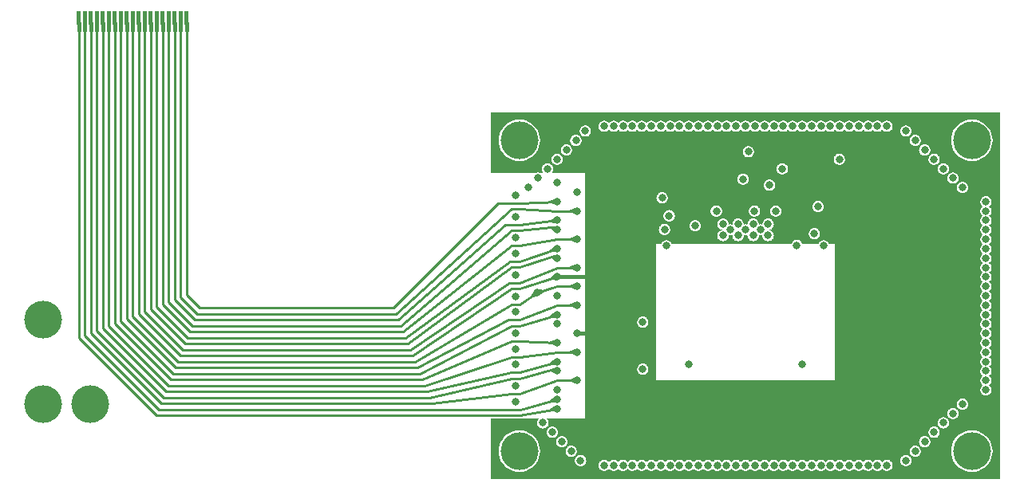
<source format=gbr>
G04 start of page 4 for group 2 idx 3 *
G04 Title: IDEF-X, FlexLines *
G04 Creator: pcb 1.99z *
G04 CreationDate: Mi 20 Jan 2016 16:51:45 GMT UTC *
G04 For: stephan *
G04 Format: Gerber/RS-274X *
G04 PCB-Dimensions (mil): 7874.02 3937.01 *
G04 PCB-Coordinate-Origin: lower left *
%MOIN*%
%FSLAX25Y25*%
%LNFLEXLINES*%
%ADD40C,0.0866*%
%ADD39C,0.0118*%
%ADD38C,0.1024*%
%ADD37C,0.0315*%
%ADD36C,0.1575*%
%ADD35R,0.0170X0.0170*%
%ADD34C,0.0170*%
%ADD33C,0.0157*%
%ADD32C,0.0100*%
%ADD31C,0.0001*%
G54D31*G36*
X730311Y194882D02*X736220D01*
Y41339D01*
X730311D01*
Y46800D01*
X730553Y47006D01*
X731438Y48043D01*
X732151Y49205D01*
X732672Y50465D01*
X732991Y51790D01*
X733071Y53150D01*
X732991Y54509D01*
X732672Y55834D01*
X732151Y57094D01*
X731438Y58256D01*
X730553Y59293D01*
X730311Y59499D01*
Y76371D01*
X730315Y76371D01*
X730686Y76400D01*
X731047Y76487D01*
X731391Y76629D01*
X731708Y76823D01*
X731990Y77065D01*
X732232Y77347D01*
X732426Y77664D01*
X732568Y78008D01*
X732655Y78369D01*
X732677Y78740D01*
X732655Y79111D01*
X732568Y79472D01*
X732426Y79816D01*
X732232Y80133D01*
X731990Y80416D01*
X731708Y80657D01*
X731624Y80709D01*
X731708Y80760D01*
X731990Y81002D01*
X732232Y81284D01*
X732426Y81601D01*
X732568Y81945D01*
X732655Y82306D01*
X732677Y82677D01*
X732655Y83048D01*
X732568Y83409D01*
X732426Y83753D01*
X732232Y84070D01*
X731990Y84353D01*
X731708Y84594D01*
X731624Y84646D01*
X731708Y84697D01*
X731990Y84939D01*
X732232Y85221D01*
X732426Y85538D01*
X732568Y85882D01*
X732655Y86244D01*
X732677Y86614D01*
X732655Y86985D01*
X732568Y87346D01*
X732426Y87690D01*
X732232Y88007D01*
X731990Y88290D01*
X731708Y88531D01*
X731624Y88583D01*
X731708Y88634D01*
X731990Y88876D01*
X732232Y89158D01*
X732426Y89475D01*
X732568Y89819D01*
X732655Y90181D01*
X732677Y90551D01*
X732655Y90922D01*
X732568Y91283D01*
X732426Y91627D01*
X732232Y91944D01*
X731990Y92227D01*
X731708Y92468D01*
X731624Y92520D01*
X731708Y92571D01*
X731990Y92813D01*
X732232Y93095D01*
X732426Y93412D01*
X732568Y93756D01*
X732655Y94118D01*
X732677Y94488D01*
X732655Y94859D01*
X732568Y95220D01*
X732426Y95564D01*
X732232Y95881D01*
X731990Y96164D01*
X731708Y96405D01*
X731624Y96457D01*
X731708Y96508D01*
X731990Y96750D01*
X732232Y97032D01*
X732426Y97349D01*
X732568Y97693D01*
X732655Y98055D01*
X732677Y98425D01*
X732655Y98796D01*
X732568Y99157D01*
X732426Y99501D01*
X732232Y99818D01*
X731990Y100101D01*
X731708Y100342D01*
X731624Y100394D01*
X731708Y100445D01*
X731990Y100687D01*
X732232Y100969D01*
X732426Y101286D01*
X732568Y101630D01*
X732655Y101992D01*
X732677Y102362D01*
X732655Y102733D01*
X732568Y103094D01*
X732426Y103438D01*
X732232Y103755D01*
X731990Y104038D01*
X731708Y104279D01*
X731624Y104331D01*
X731708Y104382D01*
X731990Y104624D01*
X732232Y104906D01*
X732426Y105223D01*
X732568Y105567D01*
X732655Y105929D01*
X732677Y106299D01*
X732655Y106670D01*
X732568Y107031D01*
X732426Y107375D01*
X732232Y107692D01*
X731990Y107975D01*
X731708Y108216D01*
X731624Y108268D01*
X731708Y108319D01*
X731990Y108561D01*
X732232Y108843D01*
X732426Y109160D01*
X732568Y109504D01*
X732655Y109866D01*
X732677Y110236D01*
X732655Y110607D01*
X732568Y110968D01*
X732426Y111312D01*
X732232Y111629D01*
X731990Y111912D01*
X731708Y112153D01*
X731624Y112205D01*
X731708Y112256D01*
X731990Y112498D01*
X732232Y112780D01*
X732426Y113098D01*
X732568Y113441D01*
X732655Y113803D01*
X732677Y114173D01*
X732655Y114544D01*
X732568Y114905D01*
X732426Y115249D01*
X732232Y115566D01*
X731990Y115849D01*
X731708Y116090D01*
X731624Y116142D01*
X731708Y116193D01*
X731990Y116435D01*
X732232Y116717D01*
X732426Y117035D01*
X732568Y117378D01*
X732655Y117740D01*
X732677Y118110D01*
X732655Y118481D01*
X732568Y118842D01*
X732426Y119186D01*
X732232Y119503D01*
X731990Y119786D01*
X731708Y120027D01*
X731624Y120079D01*
X731708Y120130D01*
X731990Y120372D01*
X732232Y120654D01*
X732426Y120972D01*
X732568Y121315D01*
X732655Y121677D01*
X732677Y122047D01*
X732655Y122418D01*
X732568Y122779D01*
X732426Y123123D01*
X732232Y123440D01*
X731990Y123723D01*
X731708Y123964D01*
X731624Y124016D01*
X731708Y124067D01*
X731990Y124309D01*
X732232Y124592D01*
X732426Y124909D01*
X732568Y125252D01*
X732655Y125614D01*
X732677Y125984D01*
X732655Y126355D01*
X732568Y126716D01*
X732426Y127060D01*
X732232Y127377D01*
X731990Y127660D01*
X731708Y127901D01*
X731624Y127953D01*
X731708Y128004D01*
X731990Y128246D01*
X732232Y128529D01*
X732426Y128846D01*
X732568Y129189D01*
X732655Y129551D01*
X732677Y129921D01*
X732655Y130292D01*
X732568Y130653D01*
X732426Y130997D01*
X732232Y131314D01*
X731990Y131597D01*
X731708Y131838D01*
X731624Y131890D01*
X731708Y131941D01*
X731990Y132183D01*
X732232Y132466D01*
X732426Y132783D01*
X732568Y133126D01*
X732655Y133488D01*
X732677Y133858D01*
X732655Y134229D01*
X732568Y134590D01*
X732426Y134934D01*
X732232Y135251D01*
X731990Y135534D01*
X731708Y135775D01*
X731624Y135827D01*
X731708Y135878D01*
X731990Y136120D01*
X732232Y136403D01*
X732426Y136720D01*
X732568Y137063D01*
X732655Y137425D01*
X732677Y137795D01*
X732655Y138166D01*
X732568Y138527D01*
X732426Y138871D01*
X732232Y139188D01*
X731990Y139471D01*
X731708Y139712D01*
X731624Y139764D01*
X731708Y139815D01*
X731990Y140057D01*
X732232Y140340D01*
X732426Y140657D01*
X732568Y141000D01*
X732655Y141362D01*
X732677Y141732D01*
X732655Y142103D01*
X732568Y142464D01*
X732426Y142808D01*
X732232Y143125D01*
X731990Y143408D01*
X731708Y143649D01*
X731624Y143701D01*
X731708Y143752D01*
X731990Y143994D01*
X732232Y144277D01*
X732426Y144594D01*
X732568Y144937D01*
X732655Y145299D01*
X732677Y145669D01*
X732655Y146040D01*
X732568Y146402D01*
X732426Y146745D01*
X732232Y147062D01*
X731990Y147345D01*
X731708Y147586D01*
X731624Y147638D01*
X731708Y147689D01*
X731990Y147931D01*
X732232Y148214D01*
X732426Y148531D01*
X732568Y148874D01*
X732655Y149236D01*
X732677Y149606D01*
X732655Y149977D01*
X732568Y150339D01*
X732426Y150682D01*
X732232Y150999D01*
X731990Y151282D01*
X731708Y151523D01*
X731624Y151575D01*
X731708Y151626D01*
X731990Y151868D01*
X732232Y152151D01*
X732426Y152468D01*
X732568Y152811D01*
X732655Y153173D01*
X732677Y153543D01*
X732655Y153914D01*
X732568Y154276D01*
X732426Y154619D01*
X732232Y154936D01*
X731990Y155219D01*
X731708Y155460D01*
X731624Y155512D01*
X731708Y155563D01*
X731990Y155805D01*
X732232Y156088D01*
X732426Y156405D01*
X732568Y156748D01*
X732655Y157110D01*
X732677Y157480D01*
X732655Y157851D01*
X732568Y158213D01*
X732426Y158556D01*
X732232Y158873D01*
X731990Y159156D01*
X731708Y159397D01*
X731391Y159592D01*
X731047Y159734D01*
X730686Y159821D01*
X730315Y159850D01*
X730311Y159850D01*
Y176721D01*
X730553Y176927D01*
X731438Y177964D01*
X732151Y179127D01*
X732672Y180386D01*
X732991Y181712D01*
X733071Y183071D01*
X732991Y184430D01*
X732672Y185756D01*
X732151Y187015D01*
X731438Y188178D01*
X730553Y189214D01*
X730311Y189421D01*
Y194882D01*
G37*
G36*
Y59499D02*X729516Y60178D01*
X728354Y60891D01*
X727094Y61413D01*
X725769Y61731D01*
X724409Y61838D01*
X724396Y61837D01*
Y174384D01*
X724409Y174383D01*
X725769Y174490D01*
X727094Y174808D01*
X728354Y175330D01*
X729516Y176042D01*
X730311Y176721D01*
Y159850D01*
X729944Y159821D01*
X729583Y159734D01*
X729239Y159592D01*
X728922Y159397D01*
X728639Y159156D01*
X728398Y158873D01*
X728204Y158556D01*
X728061Y158213D01*
X727975Y157851D01*
X727945Y157480D01*
X727975Y157110D01*
X728061Y156748D01*
X728204Y156405D01*
X728398Y156088D01*
X728639Y155805D01*
X728922Y155563D01*
X729006Y155512D01*
X728922Y155460D01*
X728639Y155219D01*
X728398Y154936D01*
X728204Y154619D01*
X728061Y154276D01*
X727975Y153914D01*
X727945Y153543D01*
X727975Y153173D01*
X728061Y152811D01*
X728204Y152468D01*
X728398Y152151D01*
X728639Y151868D01*
X728922Y151626D01*
X729006Y151575D01*
X728922Y151523D01*
X728639Y151282D01*
X728398Y150999D01*
X728204Y150682D01*
X728061Y150339D01*
X727975Y149977D01*
X727945Y149606D01*
X727975Y149236D01*
X728061Y148874D01*
X728204Y148531D01*
X728398Y148214D01*
X728639Y147931D01*
X728922Y147689D01*
X729006Y147638D01*
X728922Y147586D01*
X728639Y147345D01*
X728398Y147062D01*
X728204Y146745D01*
X728061Y146402D01*
X727975Y146040D01*
X727945Y145669D01*
X727975Y145299D01*
X728061Y144937D01*
X728204Y144594D01*
X728398Y144277D01*
X728639Y143994D01*
X728922Y143752D01*
X729006Y143701D01*
X728922Y143649D01*
X728639Y143408D01*
X728398Y143125D01*
X728204Y142808D01*
X728061Y142464D01*
X727975Y142103D01*
X727945Y141732D01*
X727975Y141362D01*
X728061Y141000D01*
X728204Y140657D01*
X728398Y140340D01*
X728639Y140057D01*
X728922Y139815D01*
X729006Y139764D01*
X728922Y139712D01*
X728639Y139471D01*
X728398Y139188D01*
X728204Y138871D01*
X728061Y138527D01*
X727975Y138166D01*
X727945Y137795D01*
X727975Y137425D01*
X728061Y137063D01*
X728204Y136720D01*
X728398Y136403D01*
X728639Y136120D01*
X728922Y135878D01*
X729006Y135827D01*
X728922Y135775D01*
X728639Y135534D01*
X728398Y135251D01*
X728204Y134934D01*
X728061Y134590D01*
X727975Y134229D01*
X727945Y133858D01*
X727975Y133488D01*
X728061Y133126D01*
X728204Y132783D01*
X728398Y132466D01*
X728639Y132183D01*
X728922Y131941D01*
X729006Y131890D01*
X728922Y131838D01*
X728639Y131597D01*
X728398Y131314D01*
X728204Y130997D01*
X728061Y130653D01*
X727975Y130292D01*
X727945Y129921D01*
X727975Y129551D01*
X728061Y129189D01*
X728204Y128846D01*
X728398Y128529D01*
X728639Y128246D01*
X728922Y128004D01*
X729006Y127953D01*
X728922Y127901D01*
X728639Y127660D01*
X728398Y127377D01*
X728204Y127060D01*
X728061Y126716D01*
X727975Y126355D01*
X727945Y125984D01*
X727975Y125614D01*
X728061Y125252D01*
X728204Y124909D01*
X728398Y124592D01*
X728639Y124309D01*
X728922Y124067D01*
X729006Y124016D01*
X728922Y123964D01*
X728639Y123723D01*
X728398Y123440D01*
X728204Y123123D01*
X728061Y122779D01*
X727975Y122418D01*
X727945Y122047D01*
X727975Y121677D01*
X728061Y121315D01*
X728204Y120972D01*
X728398Y120654D01*
X728639Y120372D01*
X728922Y120130D01*
X729006Y120079D01*
X728922Y120027D01*
X728639Y119786D01*
X728398Y119503D01*
X728204Y119186D01*
X728061Y118842D01*
X727975Y118481D01*
X727945Y118110D01*
X727975Y117740D01*
X728061Y117378D01*
X728204Y117035D01*
X728398Y116717D01*
X728639Y116435D01*
X728922Y116193D01*
X729006Y116142D01*
X728922Y116090D01*
X728639Y115849D01*
X728398Y115566D01*
X728204Y115249D01*
X728061Y114905D01*
X727975Y114544D01*
X727945Y114173D01*
X727975Y113803D01*
X728061Y113441D01*
X728204Y113098D01*
X728398Y112780D01*
X728639Y112498D01*
X728922Y112256D01*
X729006Y112205D01*
X728922Y112153D01*
X728639Y111912D01*
X728398Y111629D01*
X728204Y111312D01*
X728061Y110968D01*
X727975Y110607D01*
X727945Y110236D01*
X727975Y109866D01*
X728061Y109504D01*
X728204Y109160D01*
X728398Y108843D01*
X728639Y108561D01*
X728922Y108319D01*
X729006Y108268D01*
X728922Y108216D01*
X728639Y107975D01*
X728398Y107692D01*
X728204Y107375D01*
X728061Y107031D01*
X727975Y106670D01*
X727945Y106299D01*
X727975Y105929D01*
X728061Y105567D01*
X728204Y105223D01*
X728398Y104906D01*
X728639Y104624D01*
X728922Y104382D01*
X729006Y104331D01*
X728922Y104279D01*
X728639Y104038D01*
X728398Y103755D01*
X728204Y103438D01*
X728061Y103094D01*
X727975Y102733D01*
X727945Y102362D01*
X727975Y101992D01*
X728061Y101630D01*
X728204Y101286D01*
X728398Y100969D01*
X728639Y100687D01*
X728922Y100445D01*
X729006Y100394D01*
X728922Y100342D01*
X728639Y100101D01*
X728398Y99818D01*
X728204Y99501D01*
X728061Y99157D01*
X727975Y98796D01*
X727945Y98425D01*
X727975Y98055D01*
X728061Y97693D01*
X728204Y97349D01*
X728398Y97032D01*
X728639Y96750D01*
X728922Y96508D01*
X729006Y96457D01*
X728922Y96405D01*
X728639Y96164D01*
X728398Y95881D01*
X728204Y95564D01*
X728061Y95220D01*
X727975Y94859D01*
X727945Y94488D01*
X727975Y94118D01*
X728061Y93756D01*
X728204Y93412D01*
X728398Y93095D01*
X728639Y92813D01*
X728922Y92571D01*
X729006Y92520D01*
X728922Y92468D01*
X728639Y92227D01*
X728398Y91944D01*
X728204Y91627D01*
X728061Y91283D01*
X727975Y90922D01*
X727945Y90551D01*
X727975Y90181D01*
X728061Y89819D01*
X728204Y89475D01*
X728398Y89158D01*
X728639Y88876D01*
X728922Y88634D01*
X729006Y88583D01*
X728922Y88531D01*
X728639Y88290D01*
X728398Y88007D01*
X728204Y87690D01*
X728061Y87346D01*
X727975Y86985D01*
X727945Y86614D01*
X727975Y86244D01*
X728061Y85882D01*
X728204Y85538D01*
X728398Y85221D01*
X728639Y84939D01*
X728922Y84697D01*
X729006Y84646D01*
X728922Y84594D01*
X728639Y84353D01*
X728398Y84070D01*
X728204Y83753D01*
X728061Y83409D01*
X727975Y83048D01*
X727945Y82677D01*
X727975Y82306D01*
X728061Y81945D01*
X728204Y81601D01*
X728398Y81284D01*
X728639Y81002D01*
X728922Y80760D01*
X729006Y80709D01*
X728922Y80657D01*
X728639Y80416D01*
X728398Y80133D01*
X728204Y79816D01*
X728061Y79472D01*
X727975Y79111D01*
X727945Y78740D01*
X727975Y78369D01*
X728061Y78008D01*
X728204Y77664D01*
X728398Y77347D01*
X728639Y77065D01*
X728922Y76823D01*
X729239Y76629D01*
X729583Y76487D01*
X729944Y76400D01*
X730311Y76371D01*
Y59499D01*
G37*
G36*
Y41339D02*X724396D01*
Y44463D01*
X724409Y44461D01*
X725769Y44568D01*
X727094Y44887D01*
X728354Y45408D01*
X729516Y46121D01*
X730311Y46800D01*
Y41339D01*
G37*
G36*
X724396Y194882D02*X730311D01*
Y189421D01*
X729516Y190100D01*
X728354Y190812D01*
X727094Y191334D01*
X725769Y191652D01*
X724409Y191759D01*
X724396Y191758D01*
Y194882D01*
G37*
G36*
X720469Y45407D02*X721725Y44887D01*
X723050Y44568D01*
X724396Y44463D01*
Y41339D01*
X720469D01*
Y45407D01*
G37*
G36*
Y175328D02*X721725Y174808D01*
X723050Y174490D01*
X724396Y174384D01*
Y61837D01*
X723050Y61731D01*
X721725Y61413D01*
X720469Y60892D01*
Y70465D01*
X720472Y70465D01*
X720843Y70494D01*
X721205Y70581D01*
X721548Y70723D01*
X721865Y70918D01*
X722148Y71159D01*
X722389Y71442D01*
X722584Y71759D01*
X722726Y72102D01*
X722813Y72464D01*
X722835Y72835D01*
X722813Y73205D01*
X722726Y73567D01*
X722584Y73910D01*
X722389Y74227D01*
X722148Y74510D01*
X721865Y74752D01*
X721548Y74946D01*
X721205Y75088D01*
X720843Y75175D01*
X720472Y75204D01*
X720469Y75204D01*
Y161017D01*
X720472Y161016D01*
X720843Y161046D01*
X721205Y161132D01*
X721548Y161275D01*
X721865Y161469D01*
X722148Y161710D01*
X722389Y161993D01*
X722584Y162310D01*
X722726Y162654D01*
X722813Y163015D01*
X722835Y163386D01*
X722813Y163756D01*
X722726Y164118D01*
X722584Y164462D01*
X722389Y164779D01*
X722148Y165061D01*
X721865Y165303D01*
X721548Y165497D01*
X721205Y165639D01*
X720843Y165726D01*
X720472Y165755D01*
X720469Y165755D01*
Y175328D01*
G37*
G36*
Y194882D02*X724396D01*
Y191758D01*
X723050Y191652D01*
X721725Y191334D01*
X720469Y190814D01*
Y194882D01*
G37*
G36*
X716532Y49535D02*X716668Y49205D01*
X717381Y48043D01*
X718266Y47006D01*
X719303Y46121D01*
X720465Y45408D01*
X720469Y45407D01*
Y41339D01*
X716532D01*
Y49535D01*
G37*
G36*
Y179456D02*X716668Y179127D01*
X717381Y177964D01*
X718266Y176927D01*
X719303Y176042D01*
X720465Y175330D01*
X720469Y175328D01*
Y165755D01*
X720102Y165726D01*
X719740Y165639D01*
X719397Y165497D01*
X719080Y165303D01*
X718797Y165061D01*
X718555Y164779D01*
X718361Y164462D01*
X718219Y164118D01*
X718132Y163756D01*
X718103Y163386D01*
X718132Y163015D01*
X718219Y162654D01*
X718361Y162310D01*
X718555Y161993D01*
X718797Y161710D01*
X719080Y161469D01*
X719397Y161275D01*
X719740Y161132D01*
X720102Y161046D01*
X720469Y161017D01*
Y75204D01*
X720102Y75175D01*
X719740Y75088D01*
X719397Y74946D01*
X719080Y74752D01*
X718797Y74510D01*
X718555Y74227D01*
X718361Y73910D01*
X718219Y73567D01*
X718132Y73205D01*
X718103Y72835D01*
X718132Y72464D01*
X718219Y72102D01*
X718361Y71759D01*
X718555Y71442D01*
X718797Y71159D01*
X719080Y70918D01*
X719397Y70723D01*
X719740Y70581D01*
X720102Y70494D01*
X720469Y70465D01*
Y60892D01*
X720465Y60891D01*
X719303Y60178D01*
X718266Y59293D01*
X717381Y58256D01*
X716668Y57094D01*
X716532Y56764D01*
Y66528D01*
X716535Y66528D01*
X716906Y66557D01*
X717268Y66644D01*
X717611Y66786D01*
X717928Y66981D01*
X718211Y67222D01*
X718452Y67505D01*
X718647Y67822D01*
X718789Y68165D01*
X718876Y68527D01*
X718898Y68898D01*
X718876Y69268D01*
X718789Y69630D01*
X718647Y69973D01*
X718452Y70290D01*
X718211Y70573D01*
X717928Y70815D01*
X717611Y71009D01*
X717268Y71151D01*
X716906Y71238D01*
X716535Y71267D01*
X716532Y71267D01*
Y164954D01*
X716535Y164953D01*
X716906Y164983D01*
X717268Y165069D01*
X717611Y165212D01*
X717928Y165406D01*
X718211Y165647D01*
X718452Y165930D01*
X718647Y166247D01*
X718789Y166591D01*
X718876Y166952D01*
X718898Y167323D01*
X718876Y167694D01*
X718789Y168055D01*
X718647Y168399D01*
X718452Y168716D01*
X718211Y168998D01*
X717928Y169240D01*
X717611Y169434D01*
X717268Y169576D01*
X716906Y169663D01*
X716535Y169692D01*
X716532Y169692D01*
Y179456D01*
G37*
G36*
Y194882D02*X720469D01*
Y190814D01*
X720465Y190812D01*
X719303Y190100D01*
X718266Y189214D01*
X717381Y188178D01*
X716668Y187015D01*
X716532Y186686D01*
Y194882D01*
G37*
G36*
X712595D02*X716532D01*
Y186686D01*
X716147Y185756D01*
X715828Y184430D01*
X715721Y183071D01*
X715828Y181712D01*
X716147Y180386D01*
X716532Y179456D01*
Y169692D01*
X716165Y169663D01*
X715803Y169576D01*
X715460Y169434D01*
X715143Y169240D01*
X714860Y168998D01*
X714618Y168716D01*
X714424Y168399D01*
X714282Y168055D01*
X714195Y167694D01*
X714166Y167323D01*
X714195Y166952D01*
X714282Y166591D01*
X714424Y166247D01*
X714618Y165930D01*
X714860Y165647D01*
X715143Y165406D01*
X715460Y165212D01*
X715803Y165069D01*
X716165Y164983D01*
X716532Y164954D01*
Y71267D01*
X716165Y71238D01*
X715803Y71151D01*
X715460Y71009D01*
X715143Y70815D01*
X714860Y70573D01*
X714618Y70290D01*
X714424Y69973D01*
X714282Y69630D01*
X714195Y69268D01*
X714166Y68898D01*
X714195Y68527D01*
X714282Y68165D01*
X714424Y67822D01*
X714618Y67505D01*
X714860Y67222D01*
X715143Y66981D01*
X715460Y66786D01*
X715803Y66644D01*
X716165Y66557D01*
X716532Y66528D01*
Y56764D01*
X716147Y55834D01*
X715828Y54509D01*
X715721Y53150D01*
X715828Y51790D01*
X716147Y50465D01*
X716532Y49535D01*
Y41339D01*
X712595D01*
Y62591D01*
X712598Y62591D01*
X712969Y62620D01*
X713331Y62707D01*
X713674Y62849D01*
X713991Y63044D01*
X714274Y63285D01*
X714515Y63568D01*
X714710Y63885D01*
X714852Y64228D01*
X714939Y64590D01*
X714961Y64961D01*
X714939Y65331D01*
X714852Y65693D01*
X714710Y66036D01*
X714515Y66353D01*
X714274Y66636D01*
X713991Y66878D01*
X713674Y67072D01*
X713331Y67214D01*
X712969Y67301D01*
X712598Y67330D01*
X712595Y67330D01*
Y168891D01*
X712598Y168890D01*
X712969Y168920D01*
X713331Y169006D01*
X713674Y169149D01*
X713991Y169343D01*
X714274Y169584D01*
X714515Y169867D01*
X714710Y170184D01*
X714852Y170528D01*
X714939Y170889D01*
X714961Y171260D01*
X714939Y171631D01*
X714852Y171992D01*
X714710Y172336D01*
X714515Y172653D01*
X714274Y172935D01*
X713991Y173177D01*
X713674Y173371D01*
X713331Y173513D01*
X712969Y173600D01*
X712598Y173629D01*
X712595Y173629D01*
Y194882D01*
G37*
G36*
X708658D02*X712595D01*
Y173629D01*
X712228Y173600D01*
X711866Y173513D01*
X711523Y173371D01*
X711206Y173177D01*
X710923Y172935D01*
X710681Y172653D01*
X710487Y172336D01*
X710345Y171992D01*
X710258Y171631D01*
X710229Y171260D01*
X710258Y170889D01*
X710345Y170528D01*
X710487Y170184D01*
X710681Y169867D01*
X710923Y169584D01*
X711206Y169343D01*
X711523Y169149D01*
X711866Y169006D01*
X712228Y168920D01*
X712595Y168891D01*
Y67330D01*
X712228Y67301D01*
X711866Y67214D01*
X711523Y67072D01*
X711206Y66878D01*
X710923Y66636D01*
X710681Y66353D01*
X710487Y66036D01*
X710345Y65693D01*
X710258Y65331D01*
X710229Y64961D01*
X710258Y64590D01*
X710345Y64228D01*
X710487Y63885D01*
X710681Y63568D01*
X710923Y63285D01*
X711206Y63044D01*
X711523Y62849D01*
X711866Y62707D01*
X712228Y62620D01*
X712595Y62591D01*
Y41339D01*
X708658D01*
Y58654D01*
X708661Y58654D01*
X709032Y58683D01*
X709394Y58770D01*
X709737Y58912D01*
X710054Y59107D01*
X710337Y59348D01*
X710578Y59631D01*
X710773Y59948D01*
X710915Y60291D01*
X711002Y60653D01*
X711024Y61024D01*
X711002Y61394D01*
X710915Y61756D01*
X710773Y62099D01*
X710578Y62416D01*
X710337Y62699D01*
X710054Y62941D01*
X709737Y63135D01*
X709394Y63277D01*
X709032Y63364D01*
X708661Y63393D01*
X708658Y63393D01*
Y172828D01*
X708661Y172827D01*
X709032Y172857D01*
X709394Y172943D01*
X709737Y173086D01*
X710054Y173280D01*
X710337Y173521D01*
X710578Y173804D01*
X710773Y174121D01*
X710915Y174465D01*
X711002Y174826D01*
X711024Y175197D01*
X711002Y175568D01*
X710915Y175929D01*
X710773Y176273D01*
X710578Y176590D01*
X710337Y176872D01*
X710054Y177114D01*
X709737Y177308D01*
X709394Y177450D01*
X709032Y177537D01*
X708661Y177566D01*
X708658Y177566D01*
Y194882D01*
G37*
G36*
X704721D02*X708658D01*
Y177566D01*
X708291Y177537D01*
X707929Y177450D01*
X707586Y177308D01*
X707269Y177114D01*
X706986Y176872D01*
X706744Y176590D01*
X706550Y176273D01*
X706408Y175929D01*
X706321Y175568D01*
X706292Y175197D01*
X706321Y174826D01*
X706408Y174465D01*
X706550Y174121D01*
X706744Y173804D01*
X706986Y173521D01*
X707269Y173280D01*
X707586Y173086D01*
X707929Y172943D01*
X708291Y172857D01*
X708658Y172828D01*
Y63393D01*
X708291Y63364D01*
X707929Y63277D01*
X707586Y63135D01*
X707269Y62941D01*
X706986Y62699D01*
X706744Y62416D01*
X706550Y62099D01*
X706408Y61756D01*
X706321Y61394D01*
X706292Y61024D01*
X706321Y60653D01*
X706408Y60291D01*
X706550Y59948D01*
X706744Y59631D01*
X706986Y59348D01*
X707269Y59107D01*
X707586Y58912D01*
X707929Y58770D01*
X708291Y58683D01*
X708658Y58654D01*
Y41339D01*
X704721D01*
Y54717D01*
X704724Y54717D01*
X705095Y54746D01*
X705457Y54833D01*
X705800Y54975D01*
X706117Y55170D01*
X706400Y55411D01*
X706641Y55694D01*
X706836Y56011D01*
X706978Y56354D01*
X707065Y56716D01*
X707087Y57087D01*
X707065Y57457D01*
X706978Y57819D01*
X706836Y58162D01*
X706641Y58479D01*
X706400Y58762D01*
X706117Y59004D01*
X705800Y59198D01*
X705457Y59340D01*
X705095Y59427D01*
X704724Y59456D01*
X704721Y59456D01*
Y176765D01*
X704724Y176764D01*
X705095Y176794D01*
X705457Y176880D01*
X705800Y177023D01*
X706117Y177217D01*
X706400Y177458D01*
X706641Y177741D01*
X706836Y178058D01*
X706978Y178402D01*
X707065Y178763D01*
X707087Y179134D01*
X707065Y179505D01*
X706978Y179866D01*
X706836Y180210D01*
X706641Y180527D01*
X706400Y180809D01*
X706117Y181051D01*
X705800Y181245D01*
X705457Y181387D01*
X705095Y181474D01*
X704724Y181503D01*
X704721Y181503D01*
Y194882D01*
G37*
G36*
X700784D02*X704721D01*
Y181503D01*
X704354Y181474D01*
X703992Y181387D01*
X703649Y181245D01*
X703332Y181051D01*
X703049Y180809D01*
X702807Y180527D01*
X702613Y180210D01*
X702471Y179866D01*
X702384Y179505D01*
X702355Y179134D01*
X702384Y178763D01*
X702471Y178402D01*
X702613Y178058D01*
X702807Y177741D01*
X703049Y177458D01*
X703332Y177217D01*
X703649Y177023D01*
X703992Y176880D01*
X704354Y176794D01*
X704721Y176765D01*
Y59456D01*
X704354Y59427D01*
X703992Y59340D01*
X703649Y59198D01*
X703332Y59004D01*
X703049Y58762D01*
X702807Y58479D01*
X702613Y58162D01*
X702471Y57819D01*
X702384Y57457D01*
X702355Y57087D01*
X702384Y56716D01*
X702471Y56354D01*
X702613Y56011D01*
X702807Y55694D01*
X703049Y55411D01*
X703332Y55170D01*
X703649Y54975D01*
X703992Y54833D01*
X704354Y54746D01*
X704721Y54717D01*
Y41339D01*
X700784D01*
Y50780D01*
X700787Y50780D01*
X701158Y50809D01*
X701520Y50896D01*
X701863Y51038D01*
X702180Y51233D01*
X702463Y51474D01*
X702704Y51757D01*
X702899Y52074D01*
X703041Y52417D01*
X703128Y52779D01*
X703150Y53150D01*
X703128Y53520D01*
X703041Y53882D01*
X702899Y54225D01*
X702704Y54542D01*
X702463Y54825D01*
X702180Y55067D01*
X701863Y55261D01*
X701520Y55403D01*
X701158Y55490D01*
X700787Y55519D01*
X700784Y55519D01*
Y180702D01*
X700787Y180701D01*
X701158Y180731D01*
X701520Y180817D01*
X701863Y180960D01*
X702180Y181154D01*
X702463Y181395D01*
X702704Y181678D01*
X702899Y181995D01*
X703041Y182339D01*
X703128Y182700D01*
X703150Y183071D01*
X703128Y183442D01*
X703041Y183803D01*
X702899Y184147D01*
X702704Y184464D01*
X702463Y184746D01*
X702180Y184988D01*
X701863Y185182D01*
X701520Y185324D01*
X701158Y185411D01*
X700787Y185440D01*
X700784Y185440D01*
Y194882D01*
G37*
G36*
X696847D02*X700784D01*
Y185440D01*
X700417Y185411D01*
X700055Y185324D01*
X699712Y185182D01*
X699395Y184988D01*
X699112Y184746D01*
X698870Y184464D01*
X698676Y184147D01*
X698534Y183803D01*
X698447Y183442D01*
X698418Y183071D01*
X698447Y182700D01*
X698534Y182339D01*
X698676Y181995D01*
X698870Y181678D01*
X699112Y181395D01*
X699395Y181154D01*
X699712Y180960D01*
X700055Y180817D01*
X700417Y180731D01*
X700784Y180702D01*
Y55519D01*
X700417Y55490D01*
X700055Y55403D01*
X699712Y55261D01*
X699395Y55067D01*
X699112Y54825D01*
X698870Y54542D01*
X698676Y54225D01*
X698534Y53882D01*
X698447Y53520D01*
X698418Y53150D01*
X698447Y52779D01*
X698534Y52417D01*
X698676Y52074D01*
X698870Y51757D01*
X699112Y51474D01*
X699395Y51233D01*
X699712Y51038D01*
X700055Y50896D01*
X700417Y50809D01*
X700784Y50780D01*
Y41339D01*
X696847D01*
Y46843D01*
X696850Y46843D01*
X697221Y46872D01*
X697583Y46959D01*
X697926Y47101D01*
X698243Y47296D01*
X698526Y47537D01*
X698767Y47820D01*
X698962Y48137D01*
X699104Y48480D01*
X699191Y48842D01*
X699213Y49213D01*
X699191Y49583D01*
X699104Y49945D01*
X698962Y50288D01*
X698767Y50605D01*
X698526Y50888D01*
X698243Y51130D01*
X697926Y51324D01*
X697583Y51466D01*
X697221Y51553D01*
X696850Y51582D01*
X696847Y51582D01*
Y184639D01*
X696850Y184638D01*
X697221Y184668D01*
X697583Y184754D01*
X697926Y184897D01*
X698243Y185091D01*
X698526Y185332D01*
X698767Y185615D01*
X698962Y185932D01*
X699104Y186276D01*
X699191Y186637D01*
X699213Y187008D01*
X699191Y187379D01*
X699104Y187740D01*
X698962Y188084D01*
X698767Y188401D01*
X698526Y188683D01*
X698243Y188925D01*
X697926Y189119D01*
X697583Y189261D01*
X697221Y189348D01*
X696850Y189377D01*
X696847Y189377D01*
Y194882D01*
G37*
G36*
X669091D02*X696847D01*
Y189377D01*
X696480Y189348D01*
X696118Y189261D01*
X695775Y189119D01*
X695458Y188925D01*
X695175Y188683D01*
X694933Y188401D01*
X694739Y188084D01*
X694597Y187740D01*
X694510Y187379D01*
X694481Y187008D01*
X694510Y186637D01*
X694597Y186276D01*
X694739Y185932D01*
X694933Y185615D01*
X695175Y185332D01*
X695458Y185091D01*
X695775Y184897D01*
X696118Y184754D01*
X696480Y184668D01*
X696847Y184639D01*
Y51582D01*
X696480Y51553D01*
X696118Y51466D01*
X695775Y51324D01*
X695458Y51130D01*
X695175Y50888D01*
X694933Y50605D01*
X694739Y50288D01*
X694597Y49945D01*
X694510Y49583D01*
X694481Y49213D01*
X694510Y48842D01*
X694597Y48480D01*
X694739Y48137D01*
X694933Y47820D01*
X695175Y47537D01*
X695458Y47296D01*
X695775Y47101D01*
X696118Y46959D01*
X696480Y46872D01*
X696847Y46843D01*
Y41339D01*
X669091D01*
Y44890D01*
X669291Y44875D01*
X669662Y44904D01*
X670024Y44991D01*
X670367Y45133D01*
X670684Y45327D01*
X670967Y45569D01*
X671208Y45851D01*
X671260Y45935D01*
X671311Y45851D01*
X671553Y45569D01*
X671836Y45327D01*
X672153Y45133D01*
X672496Y44991D01*
X672858Y44904D01*
X673228Y44875D01*
X673599Y44904D01*
X673961Y44991D01*
X674304Y45133D01*
X674621Y45327D01*
X674904Y45569D01*
X675145Y45851D01*
X675197Y45935D01*
X675248Y45851D01*
X675490Y45569D01*
X675773Y45327D01*
X676090Y45133D01*
X676433Y44991D01*
X676795Y44904D01*
X677165Y44875D01*
X677536Y44904D01*
X677898Y44991D01*
X678241Y45133D01*
X678558Y45327D01*
X678841Y45569D01*
X679082Y45851D01*
X679134Y45935D01*
X679185Y45851D01*
X679427Y45569D01*
X679710Y45327D01*
X680027Y45133D01*
X680370Y44991D01*
X680732Y44904D01*
X681102Y44875D01*
X681473Y44904D01*
X681835Y44991D01*
X682178Y45133D01*
X682495Y45327D01*
X682778Y45569D01*
X683019Y45851D01*
X683071Y45935D01*
X683122Y45851D01*
X683364Y45569D01*
X683647Y45327D01*
X683964Y45133D01*
X684307Y44991D01*
X684669Y44904D01*
X685039Y44875D01*
X685410Y44904D01*
X685772Y44991D01*
X686115Y45133D01*
X686432Y45327D01*
X686715Y45569D01*
X686956Y45851D01*
X687008Y45935D01*
X687059Y45851D01*
X687301Y45569D01*
X687584Y45327D01*
X687901Y45133D01*
X688244Y44991D01*
X688606Y44904D01*
X688976Y44875D01*
X689347Y44904D01*
X689709Y44991D01*
X690052Y45133D01*
X690369Y45327D01*
X690652Y45569D01*
X690893Y45851D01*
X691088Y46168D01*
X691230Y46512D01*
X691317Y46873D01*
X691339Y47244D01*
X691317Y47615D01*
X691230Y47976D01*
X691088Y48320D01*
X690893Y48637D01*
X690652Y48920D01*
X690369Y49161D01*
X690052Y49355D01*
X689709Y49498D01*
X689347Y49584D01*
X688976Y49614D01*
X688606Y49584D01*
X688244Y49498D01*
X687901Y49355D01*
X687584Y49161D01*
X687301Y48920D01*
X687059Y48637D01*
X687008Y48553D01*
X686956Y48637D01*
X686715Y48920D01*
X686432Y49161D01*
X686115Y49355D01*
X685772Y49498D01*
X685410Y49584D01*
X685039Y49614D01*
X684669Y49584D01*
X684307Y49498D01*
X683964Y49355D01*
X683647Y49161D01*
X683364Y48920D01*
X683122Y48637D01*
X683071Y48553D01*
X683019Y48637D01*
X682778Y48920D01*
X682495Y49161D01*
X682178Y49355D01*
X681835Y49498D01*
X681473Y49584D01*
X681102Y49614D01*
X680732Y49584D01*
X680370Y49498D01*
X680027Y49355D01*
X679710Y49161D01*
X679427Y48920D01*
X679185Y48637D01*
X679134Y48553D01*
X679082Y48637D01*
X678841Y48920D01*
X678558Y49161D01*
X678241Y49355D01*
X677898Y49498D01*
X677536Y49584D01*
X677165Y49614D01*
X676795Y49584D01*
X676433Y49498D01*
X676090Y49355D01*
X675773Y49161D01*
X675490Y48920D01*
X675248Y48637D01*
X675197Y48553D01*
X675145Y48637D01*
X674904Y48920D01*
X674621Y49161D01*
X674304Y49355D01*
X673961Y49498D01*
X673599Y49584D01*
X673228Y49614D01*
X672858Y49584D01*
X672496Y49498D01*
X672153Y49355D01*
X671836Y49161D01*
X671553Y48920D01*
X671311Y48637D01*
X671260Y48553D01*
X671208Y48637D01*
X670967Y48920D01*
X670684Y49161D01*
X670367Y49355D01*
X670024Y49498D01*
X669662Y49584D01*
X669291Y49614D01*
X669091Y49598D01*
Y172828D01*
X669094Y172827D01*
X669465Y172857D01*
X669827Y172943D01*
X670170Y173086D01*
X670487Y173280D01*
X670770Y173521D01*
X671011Y173804D01*
X671206Y174121D01*
X671348Y174465D01*
X671435Y174826D01*
X671457Y175197D01*
X671435Y175568D01*
X671348Y175929D01*
X671206Y176273D01*
X671011Y176590D01*
X670770Y176872D01*
X670487Y177114D01*
X670170Y177308D01*
X669827Y177450D01*
X669465Y177537D01*
X669094Y177566D01*
X669091Y177566D01*
Y186623D01*
X669291Y186607D01*
X669662Y186636D01*
X670024Y186723D01*
X670367Y186865D01*
X670684Y187059D01*
X670967Y187301D01*
X671208Y187584D01*
X671260Y187668D01*
X671311Y187584D01*
X671553Y187301D01*
X671836Y187059D01*
X672153Y186865D01*
X672496Y186723D01*
X672858Y186636D01*
X673228Y186607D01*
X673599Y186636D01*
X673961Y186723D01*
X674304Y186865D01*
X674621Y187059D01*
X674904Y187301D01*
X675145Y187584D01*
X675197Y187668D01*
X675248Y187584D01*
X675490Y187301D01*
X675773Y187059D01*
X676090Y186865D01*
X676433Y186723D01*
X676795Y186636D01*
X677165Y186607D01*
X677536Y186636D01*
X677898Y186723D01*
X678241Y186865D01*
X678558Y187059D01*
X678841Y187301D01*
X679082Y187584D01*
X679134Y187668D01*
X679185Y187584D01*
X679427Y187301D01*
X679710Y187059D01*
X680027Y186865D01*
X680370Y186723D01*
X680732Y186636D01*
X681102Y186607D01*
X681473Y186636D01*
X681835Y186723D01*
X682178Y186865D01*
X682495Y187059D01*
X682778Y187301D01*
X683019Y187584D01*
X683071Y187668D01*
X683122Y187584D01*
X683364Y187301D01*
X683647Y187059D01*
X683964Y186865D01*
X684307Y186723D01*
X684669Y186636D01*
X685039Y186607D01*
X685410Y186636D01*
X685772Y186723D01*
X686115Y186865D01*
X686432Y187059D01*
X686715Y187301D01*
X686956Y187584D01*
X687008Y187668D01*
X687059Y187584D01*
X687301Y187301D01*
X687584Y187059D01*
X687901Y186865D01*
X688244Y186723D01*
X688606Y186636D01*
X688976Y186607D01*
X689347Y186636D01*
X689709Y186723D01*
X690052Y186865D01*
X690369Y187059D01*
X690652Y187301D01*
X690893Y187584D01*
X691088Y187901D01*
X691230Y188244D01*
X691317Y188606D01*
X691339Y188976D01*
X691317Y189347D01*
X691230Y189709D01*
X691088Y190052D01*
X690893Y190369D01*
X690652Y190652D01*
X690369Y190893D01*
X690052Y191088D01*
X689709Y191230D01*
X689347Y191317D01*
X688976Y191346D01*
X688606Y191317D01*
X688244Y191230D01*
X687901Y191088D01*
X687584Y190893D01*
X687301Y190652D01*
X687059Y190369D01*
X687008Y190285D01*
X686956Y190369D01*
X686715Y190652D01*
X686432Y190893D01*
X686115Y191088D01*
X685772Y191230D01*
X685410Y191317D01*
X685039Y191346D01*
X684669Y191317D01*
X684307Y191230D01*
X683964Y191088D01*
X683647Y190893D01*
X683364Y190652D01*
X683122Y190369D01*
X683071Y190285D01*
X683019Y190369D01*
X682778Y190652D01*
X682495Y190893D01*
X682178Y191088D01*
X681835Y191230D01*
X681473Y191317D01*
X681102Y191346D01*
X680732Y191317D01*
X680370Y191230D01*
X680027Y191088D01*
X679710Y190893D01*
X679427Y190652D01*
X679185Y190369D01*
X679134Y190285D01*
X679082Y190369D01*
X678841Y190652D01*
X678558Y190893D01*
X678241Y191088D01*
X677898Y191230D01*
X677536Y191317D01*
X677165Y191346D01*
X676795Y191317D01*
X676433Y191230D01*
X676090Y191088D01*
X675773Y190893D01*
X675490Y190652D01*
X675248Y190369D01*
X675197Y190285D01*
X675145Y190369D01*
X674904Y190652D01*
X674621Y190893D01*
X674304Y191088D01*
X673961Y191230D01*
X673599Y191317D01*
X673228Y191346D01*
X672858Y191317D01*
X672496Y191230D01*
X672153Y191088D01*
X671836Y190893D01*
X671553Y190652D01*
X671311Y190369D01*
X671260Y190285D01*
X671208Y190369D01*
X670967Y190652D01*
X670684Y190893D01*
X670367Y191088D01*
X670024Y191230D01*
X669662Y191317D01*
X669291Y191346D01*
X669091Y191330D01*
Y194882D01*
G37*
G36*
Y49598D02*X668921Y49584D01*
X668559Y49498D01*
X668216Y49355D01*
X667899Y49161D01*
X667616Y48920D01*
X667374Y48637D01*
X667323Y48553D01*
X667271Y48637D01*
X667030Y48920D01*
X666747Y49161D01*
X666430Y49355D01*
X666087Y49498D01*
X665725Y49584D01*
X665354Y49614D01*
X664984Y49584D01*
X664622Y49498D01*
X664279Y49355D01*
X663962Y49161D01*
X663679Y48920D01*
X663437Y48637D01*
X663386Y48553D01*
X663334Y48637D01*
X663093Y48920D01*
X662810Y49161D01*
X662493Y49355D01*
X662150Y49498D01*
X661788Y49584D01*
X661417Y49614D01*
X661047Y49584D01*
X660685Y49498D01*
X660342Y49355D01*
X660025Y49161D01*
X659742Y48920D01*
X659500Y48637D01*
X659449Y48553D01*
X659397Y48637D01*
X659156Y48920D01*
X658873Y49161D01*
X658658Y49293D01*
Y82677D01*
X667323D01*
Y139764D01*
X664829D01*
X664710Y140052D01*
X664515Y140369D01*
X664274Y140652D01*
X663991Y140893D01*
X663674Y141088D01*
X663331Y141230D01*
X662969Y141317D01*
X662598Y141346D01*
X662228Y141317D01*
X661866Y141230D01*
X661523Y141088D01*
X661206Y140893D01*
X660923Y140652D01*
X660681Y140369D01*
X660487Y140052D01*
X660368Y139764D01*
X658658D01*
Y141725D01*
X658661Y141725D01*
X659032Y141754D01*
X659394Y141841D01*
X659737Y141983D01*
X660054Y142178D01*
X660337Y142419D01*
X660578Y142702D01*
X660773Y143019D01*
X660915Y143362D01*
X661002Y143724D01*
X661024Y144094D01*
X661002Y144465D01*
X660915Y144827D01*
X660773Y145170D01*
X660578Y145487D01*
X660337Y145770D01*
X660054Y146011D01*
X659737Y146206D01*
X659394Y146348D01*
X659032Y146435D01*
X658661Y146464D01*
X658658Y146464D01*
Y153753D01*
X658843Y153595D01*
X659160Y153401D01*
X659504Y153258D01*
X659866Y153171D01*
X660236Y153142D01*
X660607Y153171D01*
X660968Y153258D01*
X661312Y153401D01*
X661629Y153595D01*
X661912Y153836D01*
X662153Y154119D01*
X662347Y154436D01*
X662490Y154780D01*
X662577Y155141D01*
X662598Y155512D01*
X662577Y155882D01*
X662490Y156244D01*
X662347Y156588D01*
X662153Y156905D01*
X661912Y157187D01*
X661629Y157429D01*
X661312Y157623D01*
X660968Y157765D01*
X660607Y157852D01*
X660236Y157881D01*
X659866Y157852D01*
X659504Y157765D01*
X659160Y157623D01*
X658843Y157429D01*
X658658Y157270D01*
Y186927D01*
X658873Y187059D01*
X659156Y187301D01*
X659397Y187584D01*
X659449Y187668D01*
X659500Y187584D01*
X659742Y187301D01*
X660025Y187059D01*
X660342Y186865D01*
X660685Y186723D01*
X661047Y186636D01*
X661417Y186607D01*
X661788Y186636D01*
X662150Y186723D01*
X662493Y186865D01*
X662810Y187059D01*
X663093Y187301D01*
X663334Y187584D01*
X663386Y187668D01*
X663437Y187584D01*
X663679Y187301D01*
X663962Y187059D01*
X664279Y186865D01*
X664622Y186723D01*
X664984Y186636D01*
X665354Y186607D01*
X665725Y186636D01*
X666087Y186723D01*
X666430Y186865D01*
X666747Y187059D01*
X667030Y187301D01*
X667271Y187584D01*
X667323Y187668D01*
X667374Y187584D01*
X667616Y187301D01*
X667899Y187059D01*
X668216Y186865D01*
X668559Y186723D01*
X668921Y186636D01*
X669091Y186623D01*
Y177566D01*
X668724Y177537D01*
X668362Y177450D01*
X668019Y177308D01*
X667702Y177114D01*
X667419Y176872D01*
X667178Y176590D01*
X666983Y176273D01*
X666841Y175929D01*
X666754Y175568D01*
X666725Y175197D01*
X666754Y174826D01*
X666841Y174465D01*
X666983Y174121D01*
X667178Y173804D01*
X667419Y173521D01*
X667702Y173280D01*
X668019Y173086D01*
X668362Y172943D01*
X668724Y172857D01*
X669091Y172828D01*
Y49598D01*
G37*
G36*
X658658Y139764D02*X653665D01*
X653631Y139905D01*
X653489Y140249D01*
X653295Y140566D01*
X653053Y140849D01*
X652771Y141090D01*
X652454Y141284D01*
X652110Y141427D01*
X651749Y141514D01*
X651378Y141543D01*
X651007Y141514D01*
X650646Y141427D01*
X650302Y141284D01*
X649985Y141090D01*
X649702Y140849D01*
X649461Y140566D01*
X649267Y140249D01*
X649124Y139905D01*
X649090Y139764D01*
X645272D01*
Y168891D01*
X645276Y168890D01*
X645646Y168920D01*
X646008Y169006D01*
X646351Y169149D01*
X646668Y169343D01*
X646951Y169584D01*
X647193Y169867D01*
X647387Y170184D01*
X647529Y170528D01*
X647616Y170889D01*
X647638Y171260D01*
X647616Y171631D01*
X647529Y171992D01*
X647387Y172336D01*
X647193Y172653D01*
X646951Y172935D01*
X646668Y173177D01*
X646351Y173371D01*
X646008Y173513D01*
X645646Y173600D01*
X645276Y173629D01*
X645272Y173629D01*
Y186642D01*
X645299Y186636D01*
X645669Y186607D01*
X646040Y186636D01*
X646402Y186723D01*
X646745Y186865D01*
X647062Y187059D01*
X647345Y187301D01*
X647586Y187584D01*
X647638Y187668D01*
X647689Y187584D01*
X647931Y187301D01*
X648214Y187059D01*
X648531Y186865D01*
X648874Y186723D01*
X649236Y186636D01*
X649606Y186607D01*
X649977Y186636D01*
X650339Y186723D01*
X650682Y186865D01*
X650999Y187059D01*
X651282Y187301D01*
X651523Y187584D01*
X651575Y187668D01*
X651626Y187584D01*
X651868Y187301D01*
X652151Y187059D01*
X652468Y186865D01*
X652811Y186723D01*
X653173Y186636D01*
X653543Y186607D01*
X653914Y186636D01*
X654276Y186723D01*
X654619Y186865D01*
X654936Y187059D01*
X655219Y187301D01*
X655460Y187584D01*
X655512Y187668D01*
X655563Y187584D01*
X655805Y187301D01*
X656088Y187059D01*
X656405Y186865D01*
X656748Y186723D01*
X657110Y186636D01*
X657480Y186607D01*
X657851Y186636D01*
X658213Y186723D01*
X658556Y186865D01*
X658658Y186927D01*
Y157270D01*
X658561Y157187D01*
X658319Y156905D01*
X658125Y156588D01*
X657983Y156244D01*
X657896Y155882D01*
X657867Y155512D01*
X657896Y155141D01*
X657983Y154780D01*
X658125Y154436D01*
X658319Y154119D01*
X658561Y153836D01*
X658658Y153753D01*
Y146464D01*
X658291Y146435D01*
X657929Y146348D01*
X657586Y146206D01*
X657269Y146011D01*
X656986Y145770D01*
X656744Y145487D01*
X656550Y145170D01*
X656408Y144827D01*
X656321Y144465D01*
X656292Y144094D01*
X656321Y143724D01*
X656408Y143362D01*
X656550Y143019D01*
X656744Y142702D01*
X656986Y142419D01*
X657269Y142178D01*
X657586Y141983D01*
X657929Y141841D01*
X658291Y141754D01*
X658658Y141725D01*
Y139764D01*
G37*
G36*
Y49293D02*X658556Y49355D01*
X658213Y49498D01*
X657851Y49584D01*
X657480Y49614D01*
X657110Y49584D01*
X656748Y49498D01*
X656405Y49355D01*
X656088Y49161D01*
X655805Y48920D01*
X655563Y48637D01*
X655512Y48553D01*
X655460Y48637D01*
X655219Y48920D01*
X654936Y49161D01*
X654619Y49355D01*
X654276Y49498D01*
X653914Y49584D01*
X653543Y49614D01*
X653173Y49584D01*
X652811Y49498D01*
X652468Y49355D01*
X652151Y49161D01*
X651868Y48920D01*
X651626Y48637D01*
X651575Y48553D01*
X651523Y48637D01*
X651282Y48920D01*
X650999Y49161D01*
X650682Y49355D01*
X650339Y49498D01*
X649977Y49584D01*
X649606Y49614D01*
X649236Y49584D01*
X648874Y49498D01*
X648531Y49355D01*
X648214Y49161D01*
X647931Y48920D01*
X647689Y48637D01*
X647638Y48553D01*
X647586Y48637D01*
X647345Y48920D01*
X647062Y49161D01*
X646745Y49355D01*
X646402Y49498D01*
X646040Y49584D01*
X645669Y49614D01*
X645299Y49584D01*
X645272Y49578D01*
Y82677D01*
X658658D01*
Y49293D01*
G37*
G36*
X669091Y41339D02*X645272D01*
Y44910D01*
X645299Y44904D01*
X645669Y44875D01*
X646040Y44904D01*
X646402Y44991D01*
X646745Y45133D01*
X647062Y45327D01*
X647345Y45569D01*
X647586Y45851D01*
X647638Y45935D01*
X647689Y45851D01*
X647931Y45569D01*
X648214Y45327D01*
X648531Y45133D01*
X648874Y44991D01*
X649236Y44904D01*
X649606Y44875D01*
X649977Y44904D01*
X650339Y44991D01*
X650682Y45133D01*
X650999Y45327D01*
X651282Y45569D01*
X651523Y45851D01*
X651575Y45935D01*
X651626Y45851D01*
X651868Y45569D01*
X652151Y45327D01*
X652468Y45133D01*
X652811Y44991D01*
X653173Y44904D01*
X653543Y44875D01*
X653914Y44904D01*
X654276Y44991D01*
X654619Y45133D01*
X654936Y45327D01*
X655219Y45569D01*
X655460Y45851D01*
X655512Y45935D01*
X655563Y45851D01*
X655805Y45569D01*
X656088Y45327D01*
X656405Y45133D01*
X656748Y44991D01*
X657110Y44904D01*
X657480Y44875D01*
X657851Y44904D01*
X658213Y44991D01*
X658556Y45133D01*
X658873Y45327D01*
X659156Y45569D01*
X659397Y45851D01*
X659449Y45935D01*
X659500Y45851D01*
X659742Y45569D01*
X660025Y45327D01*
X660342Y45133D01*
X660685Y44991D01*
X661047Y44904D01*
X661417Y44875D01*
X661788Y44904D01*
X662150Y44991D01*
X662493Y45133D01*
X662810Y45327D01*
X663093Y45569D01*
X663334Y45851D01*
X663386Y45935D01*
X663437Y45851D01*
X663679Y45569D01*
X663962Y45327D01*
X664279Y45133D01*
X664622Y44991D01*
X664984Y44904D01*
X665354Y44875D01*
X665725Y44904D01*
X666087Y44991D01*
X666430Y45133D01*
X666747Y45327D01*
X667030Y45569D01*
X667271Y45851D01*
X667323Y45935D01*
X667374Y45851D01*
X667616Y45569D01*
X667899Y45327D01*
X668216Y45133D01*
X668559Y44991D01*
X668921Y44904D01*
X669091Y44890D01*
Y41339D01*
G37*
G36*
X645272Y194882D02*X669091D01*
Y191330D01*
X668921Y191317D01*
X668559Y191230D01*
X668216Y191088D01*
X667899Y190893D01*
X667616Y190652D01*
X667374Y190369D01*
X667323Y190285D01*
X667271Y190369D01*
X667030Y190652D01*
X666747Y190893D01*
X666430Y191088D01*
X666087Y191230D01*
X665725Y191317D01*
X665354Y191346D01*
X664984Y191317D01*
X664622Y191230D01*
X664279Y191088D01*
X663962Y190893D01*
X663679Y190652D01*
X663437Y190369D01*
X663386Y190285D01*
X663334Y190369D01*
X663093Y190652D01*
X662810Y190893D01*
X662493Y191088D01*
X662150Y191230D01*
X661788Y191317D01*
X661417Y191346D01*
X661047Y191317D01*
X660685Y191230D01*
X660342Y191088D01*
X660025Y190893D01*
X659742Y190652D01*
X659500Y190369D01*
X659449Y190285D01*
X659397Y190369D01*
X659156Y190652D01*
X658873Y190893D01*
X658556Y191088D01*
X658213Y191230D01*
X657851Y191317D01*
X657480Y191346D01*
X657110Y191317D01*
X656748Y191230D01*
X656405Y191088D01*
X656088Y190893D01*
X655805Y190652D01*
X655563Y190369D01*
X655512Y190285D01*
X655460Y190369D01*
X655219Y190652D01*
X654936Y190893D01*
X654619Y191088D01*
X654276Y191230D01*
X653914Y191317D01*
X653543Y191346D01*
X653173Y191317D01*
X652811Y191230D01*
X652468Y191088D01*
X652151Y190893D01*
X651868Y190652D01*
X651626Y190369D01*
X651575Y190285D01*
X651523Y190369D01*
X651282Y190652D01*
X650999Y190893D01*
X650682Y191088D01*
X650339Y191230D01*
X649977Y191317D01*
X649606Y191346D01*
X649236Y191317D01*
X648874Y191230D01*
X648531Y191088D01*
X648214Y190893D01*
X647931Y190652D01*
X647689Y190369D01*
X647638Y190285D01*
X647586Y190369D01*
X647345Y190652D01*
X647062Y190893D01*
X646745Y191088D01*
X646402Y191230D01*
X646040Y191317D01*
X645669Y191346D01*
X645299Y191317D01*
X645272Y191310D01*
Y194882D01*
G37*
G36*
Y139764D02*X642516D01*
Y151174D01*
X642520Y151174D01*
X642890Y151203D01*
X643252Y151290D01*
X643595Y151432D01*
X643912Y151626D01*
X644195Y151868D01*
X644437Y152151D01*
X644631Y152468D01*
X644773Y152811D01*
X644860Y153173D01*
X644882Y153543D01*
X644860Y153914D01*
X644773Y154276D01*
X644631Y154619D01*
X644437Y154936D01*
X644195Y155219D01*
X643912Y155460D01*
X643595Y155655D01*
X643252Y155797D01*
X642890Y155884D01*
X642520Y155913D01*
X642516Y155913D01*
Y186744D01*
X642808Y186865D01*
X643125Y187059D01*
X643408Y187301D01*
X643649Y187584D01*
X643701Y187668D01*
X643752Y187584D01*
X643994Y187301D01*
X644277Y187059D01*
X644594Y186865D01*
X644937Y186723D01*
X645272Y186642D01*
Y173629D01*
X644905Y173600D01*
X644543Y173513D01*
X644200Y173371D01*
X643883Y173177D01*
X643600Y172935D01*
X643359Y172653D01*
X643164Y172336D01*
X643022Y171992D01*
X642935Y171631D01*
X642906Y171260D01*
X642935Y170889D01*
X643022Y170528D01*
X643164Y170184D01*
X643359Y169867D01*
X643600Y169584D01*
X643883Y169343D01*
X644200Y169149D01*
X644543Y169006D01*
X644905Y168920D01*
X645272Y168891D01*
Y139764D01*
G37*
G36*
X642516D02*X639957D01*
Y141019D01*
X640102Y141054D01*
X640446Y141196D01*
X640763Y141390D01*
X641046Y141632D01*
X641287Y141914D01*
X641481Y142231D01*
X641624Y142575D01*
X641710Y142936D01*
X641732Y143307D01*
X641710Y143678D01*
X641624Y144039D01*
X641481Y144383D01*
X641287Y144700D01*
X641046Y144983D01*
X640763Y145224D01*
X640446Y145418D01*
X640102Y145561D01*
X639957Y145595D01*
Y145743D01*
X640102Y145778D01*
X640446Y145920D01*
X640763Y146115D01*
X641046Y146356D01*
X641287Y146639D01*
X641481Y146956D01*
X641624Y147299D01*
X641710Y147661D01*
X641732Y148031D01*
X641710Y148402D01*
X641624Y148764D01*
X641481Y149107D01*
X641287Y149424D01*
X641046Y149707D01*
X640763Y149948D01*
X640446Y150143D01*
X640102Y150285D01*
X639957Y150320D01*
Y162001D01*
X639961Y162001D01*
X640331Y162030D01*
X640693Y162117D01*
X641036Y162259D01*
X641353Y162453D01*
X641636Y162695D01*
X641878Y162977D01*
X642072Y163294D01*
X642214Y163638D01*
X642301Y163999D01*
X642323Y164370D01*
X642301Y164741D01*
X642214Y165102D01*
X642072Y165446D01*
X641878Y165763D01*
X641636Y166046D01*
X641353Y166287D01*
X641036Y166481D01*
X640693Y166624D01*
X640331Y166710D01*
X639961Y166740D01*
X639957Y166739D01*
Y187418D01*
X640057Y187301D01*
X640340Y187059D01*
X640657Y186865D01*
X641000Y186723D01*
X641362Y186636D01*
X641732Y186607D01*
X642103Y186636D01*
X642464Y186723D01*
X642516Y186744D01*
Y155913D01*
X642149Y155884D01*
X641787Y155797D01*
X641444Y155655D01*
X641127Y155460D01*
X640844Y155219D01*
X640603Y154936D01*
X640408Y154619D01*
X640266Y154276D01*
X640179Y153914D01*
X640150Y153543D01*
X640179Y153173D01*
X640266Y152811D01*
X640408Y152468D01*
X640603Y152151D01*
X640844Y151868D01*
X641127Y151626D01*
X641444Y151432D01*
X641787Y151290D01*
X642149Y151203D01*
X642516Y151174D01*
Y139764D01*
G37*
G36*
X639957Y150320D02*X639741Y150372D01*
X639370Y150401D01*
X638999Y150372D01*
X638638Y150285D01*
X638294Y150143D01*
X637977Y149948D01*
X637695Y149707D01*
X637453Y149424D01*
X637259Y149107D01*
X637117Y148764D01*
X637030Y148402D01*
X637001Y148031D01*
X637011Y147899D01*
X636953Y147923D01*
X636591Y148010D01*
X636220Y148039D01*
X635850Y148010D01*
X635488Y147923D01*
X635425Y147897D01*
X635433Y148031D01*
X635411Y148402D01*
X635324Y148764D01*
X635182Y149107D01*
X634988Y149424D01*
X634746Y149707D01*
X634464Y149948D01*
X634147Y150143D01*
X633803Y150285D01*
X633658Y150320D01*
Y151174D01*
X633661Y151174D01*
X634032Y151203D01*
X634394Y151290D01*
X634737Y151432D01*
X635054Y151626D01*
X635337Y151868D01*
X635578Y152151D01*
X635773Y152468D01*
X635915Y152811D01*
X636002Y153173D01*
X636024Y153543D01*
X636002Y153914D01*
X635915Y154276D01*
X635773Y154619D01*
X635578Y154936D01*
X635337Y155219D01*
X635054Y155460D01*
X634737Y155655D01*
X634394Y155797D01*
X634032Y155884D01*
X633661Y155913D01*
X633658Y155913D01*
Y186623D01*
X633858Y186607D01*
X634229Y186636D01*
X634590Y186723D01*
X634934Y186865D01*
X635251Y187059D01*
X635534Y187301D01*
X635775Y187584D01*
X635827Y187668D01*
X635878Y187584D01*
X636120Y187301D01*
X636403Y187059D01*
X636720Y186865D01*
X637063Y186723D01*
X637425Y186636D01*
X637795Y186607D01*
X638166Y186636D01*
X638527Y186723D01*
X638871Y186865D01*
X639188Y187059D01*
X639471Y187301D01*
X639712Y187584D01*
X639764Y187668D01*
X639815Y187584D01*
X639957Y187418D01*
Y166739D01*
X639590Y166710D01*
X639228Y166624D01*
X638885Y166481D01*
X638568Y166287D01*
X638285Y166046D01*
X638044Y165763D01*
X637849Y165446D01*
X637707Y165102D01*
X637620Y164741D01*
X637591Y164370D01*
X637620Y163999D01*
X637707Y163638D01*
X637849Y163294D01*
X638044Y162977D01*
X638285Y162695D01*
X638568Y162453D01*
X638885Y162259D01*
X639228Y162117D01*
X639590Y162030D01*
X639957Y162001D01*
Y150320D01*
G37*
G36*
Y145595D02*X639741Y145647D01*
X639463Y145669D01*
X639741Y145691D01*
X639957Y145743D01*
Y145595D01*
G37*
G36*
Y139764D02*X633658D01*
Y141019D01*
X633803Y141054D01*
X634147Y141196D01*
X634464Y141390D01*
X634746Y141632D01*
X634988Y141914D01*
X635182Y142231D01*
X635324Y142575D01*
X635411Y142936D01*
X635433Y143307D01*
X635425Y143442D01*
X635488Y143416D01*
X635850Y143329D01*
X636220Y143300D01*
X636591Y143329D01*
X636953Y143416D01*
X637011Y143440D01*
X637001Y143307D01*
X637030Y142936D01*
X637117Y142575D01*
X637259Y142231D01*
X637453Y141914D01*
X637695Y141632D01*
X637977Y141390D01*
X638294Y141196D01*
X638638Y141054D01*
X638999Y140967D01*
X639370Y140938D01*
X639741Y140967D01*
X639957Y141019D01*
Y139764D01*
G37*
G36*
X633658Y150320D02*X633442Y150372D01*
X633071Y150401D01*
X632700Y150372D01*
X632339Y150285D01*
X631995Y150143D01*
X631678Y149948D01*
X631395Y149707D01*
X631154Y149424D01*
X631099Y149334D01*
Y165975D01*
X631191Y166197D01*
X631277Y166558D01*
X631299Y166929D01*
X631277Y167300D01*
X631191Y167661D01*
X631099Y167883D01*
Y175977D01*
X631102Y175977D01*
X631473Y176006D01*
X631835Y176093D01*
X632178Y176235D01*
X632495Y176430D01*
X632778Y176671D01*
X633019Y176954D01*
X633214Y177271D01*
X633356Y177614D01*
X633443Y177976D01*
X633465Y178346D01*
X633443Y178717D01*
X633356Y179079D01*
X633214Y179422D01*
X633019Y179739D01*
X632778Y180022D01*
X632495Y180263D01*
X632178Y180458D01*
X631835Y180600D01*
X631473Y180687D01*
X631102Y180716D01*
X631099Y180716D01*
Y186927D01*
X631314Y187059D01*
X631597Y187301D01*
X631838Y187584D01*
X631890Y187668D01*
X631941Y187584D01*
X632183Y187301D01*
X632466Y187059D01*
X632783Y186865D01*
X633126Y186723D01*
X633488Y186636D01*
X633658Y186623D01*
Y155913D01*
X633291Y155884D01*
X632929Y155797D01*
X632586Y155655D01*
X632269Y155460D01*
X631986Y155219D01*
X631744Y154936D01*
X631550Y154619D01*
X631408Y154276D01*
X631321Y153914D01*
X631292Y153543D01*
X631321Y153173D01*
X631408Y152811D01*
X631550Y152468D01*
X631744Y152151D01*
X631986Y151868D01*
X632269Y151626D01*
X632586Y151432D01*
X632929Y151290D01*
X633291Y151203D01*
X633658Y151174D01*
Y150320D01*
G37*
G36*
Y139764D02*X631099D01*
Y142004D01*
X631154Y141914D01*
X631395Y141632D01*
X631678Y141390D01*
X631995Y141196D01*
X632339Y141054D01*
X632700Y140967D01*
X633071Y140938D01*
X633442Y140967D01*
X633658Y141019D01*
Y139764D01*
G37*
G36*
X645272Y49578D02*X644937Y49498D01*
X644594Y49355D01*
X644277Y49161D01*
X643994Y48920D01*
X643752Y48637D01*
X643701Y48553D01*
X643649Y48637D01*
X643408Y48920D01*
X643125Y49161D01*
X642808Y49355D01*
X642464Y49498D01*
X642103Y49584D01*
X641732Y49614D01*
X641362Y49584D01*
X641000Y49498D01*
X640657Y49355D01*
X640340Y49161D01*
X640057Y48920D01*
X639815Y48637D01*
X639764Y48553D01*
X639712Y48637D01*
X639471Y48920D01*
X639188Y49161D01*
X638871Y49355D01*
X638527Y49498D01*
X638166Y49584D01*
X637795Y49614D01*
X637425Y49584D01*
X637063Y49498D01*
X636720Y49355D01*
X636403Y49161D01*
X636120Y48920D01*
X635878Y48637D01*
X635827Y48553D01*
X635775Y48637D01*
X635534Y48920D01*
X635251Y49161D01*
X634934Y49355D01*
X634590Y49498D01*
X634229Y49584D01*
X633858Y49614D01*
X633488Y49584D01*
X633126Y49498D01*
X632783Y49355D01*
X632466Y49161D01*
X632183Y48920D01*
X631941Y48637D01*
X631890Y48553D01*
X631838Y48637D01*
X631597Y48920D01*
X631314Y49161D01*
X631099Y49293D01*
Y82677D01*
X645272D01*
Y49578D01*
G37*
G36*
Y41339D02*X631099D01*
Y45195D01*
X631314Y45327D01*
X631597Y45569D01*
X631838Y45851D01*
X631890Y45935D01*
X631941Y45851D01*
X632183Y45569D01*
X632466Y45327D01*
X632783Y45133D01*
X633126Y44991D01*
X633488Y44904D01*
X633858Y44875D01*
X634229Y44904D01*
X634590Y44991D01*
X634934Y45133D01*
X635251Y45327D01*
X635534Y45569D01*
X635775Y45851D01*
X635827Y45935D01*
X635878Y45851D01*
X636120Y45569D01*
X636403Y45327D01*
X636720Y45133D01*
X637063Y44991D01*
X637425Y44904D01*
X637795Y44875D01*
X638166Y44904D01*
X638527Y44991D01*
X638871Y45133D01*
X639188Y45327D01*
X639471Y45569D01*
X639712Y45851D01*
X639764Y45935D01*
X639815Y45851D01*
X640057Y45569D01*
X640340Y45327D01*
X640657Y45133D01*
X641000Y44991D01*
X641362Y44904D01*
X641732Y44875D01*
X642103Y44904D01*
X642464Y44991D01*
X642808Y45133D01*
X643125Y45327D01*
X643408Y45569D01*
X643649Y45851D01*
X643701Y45935D01*
X643752Y45851D01*
X643994Y45569D01*
X644277Y45327D01*
X644594Y45133D01*
X644937Y44991D01*
X645272Y44910D01*
Y41339D01*
G37*
G36*
X631099Y194882D02*X645272D01*
Y191310D01*
X644937Y191230D01*
X644594Y191088D01*
X644277Y190893D01*
X643994Y190652D01*
X643752Y190369D01*
X643701Y190285D01*
X643649Y190369D01*
X643408Y190652D01*
X643125Y190893D01*
X642808Y191088D01*
X642464Y191230D01*
X642103Y191317D01*
X641732Y191346D01*
X641362Y191317D01*
X641000Y191230D01*
X640657Y191088D01*
X640340Y190893D01*
X640057Y190652D01*
X639815Y190369D01*
X639764Y190285D01*
X639712Y190369D01*
X639471Y190652D01*
X639188Y190893D01*
X638871Y191088D01*
X638527Y191230D01*
X638166Y191317D01*
X637795Y191346D01*
X637425Y191317D01*
X637063Y191230D01*
X636720Y191088D01*
X636403Y190893D01*
X636120Y190652D01*
X635878Y190369D01*
X635827Y190285D01*
X635775Y190369D01*
X635534Y190652D01*
X635251Y190893D01*
X634934Y191088D01*
X634590Y191230D01*
X634229Y191317D01*
X633858Y191346D01*
X633488Y191317D01*
X633126Y191230D01*
X632783Y191088D01*
X632466Y190893D01*
X632183Y190652D01*
X631941Y190369D01*
X631890Y190285D01*
X631838Y190369D01*
X631597Y190652D01*
X631314Y190893D01*
X631099Y191025D01*
Y194882D01*
G37*
G36*
Y139764D02*X617713D01*
Y151174D01*
X617717Y151174D01*
X618087Y151203D01*
X618449Y151290D01*
X618792Y151432D01*
X619109Y151626D01*
X619392Y151868D01*
X619633Y152151D01*
X619828Y152468D01*
X619970Y152811D01*
X620057Y153173D01*
X620079Y153543D01*
X620057Y153914D01*
X619970Y154276D01*
X619828Y154619D01*
X619633Y154936D01*
X619392Y155219D01*
X619109Y155460D01*
X618792Y155655D01*
X618449Y155797D01*
X618087Y155884D01*
X617717Y155913D01*
X617713Y155913D01*
Y186642D01*
X617740Y186636D01*
X618110Y186607D01*
X618481Y186636D01*
X618842Y186723D01*
X619186Y186865D01*
X619503Y187059D01*
X619786Y187301D01*
X620027Y187584D01*
X620079Y187668D01*
X620130Y187584D01*
X620372Y187301D01*
X620654Y187059D01*
X620972Y186865D01*
X621315Y186723D01*
X621677Y186636D01*
X622047Y186607D01*
X622418Y186636D01*
X622779Y186723D01*
X623123Y186865D01*
X623440Y187059D01*
X623723Y187301D01*
X623964Y187584D01*
X624016Y187668D01*
X624067Y187584D01*
X624309Y187301D01*
X624592Y187059D01*
X624909Y186865D01*
X625252Y186723D01*
X625614Y186636D01*
X625984Y186607D01*
X626355Y186636D01*
X626716Y186723D01*
X627060Y186865D01*
X627377Y187059D01*
X627660Y187301D01*
X627901Y187584D01*
X627953Y187668D01*
X628004Y187584D01*
X628246Y187301D01*
X628529Y187059D01*
X628846Y186865D01*
X629189Y186723D01*
X629551Y186636D01*
X629921Y186607D01*
X630292Y186636D01*
X630653Y186723D01*
X630997Y186865D01*
X631099Y186927D01*
Y180716D01*
X630732Y180687D01*
X630370Y180600D01*
X630027Y180458D01*
X629710Y180263D01*
X629427Y180022D01*
X629185Y179739D01*
X628991Y179422D01*
X628849Y179079D01*
X628762Y178717D01*
X628733Y178346D01*
X628762Y177976D01*
X628849Y177614D01*
X628991Y177271D01*
X629185Y176954D01*
X629427Y176671D01*
X629710Y176430D01*
X630027Y176235D01*
X630370Y176093D01*
X630732Y176006D01*
X631099Y175977D01*
Y167883D01*
X631048Y168005D01*
X630854Y168322D01*
X630612Y168605D01*
X630330Y168846D01*
X630013Y169040D01*
X629669Y169183D01*
X629308Y169269D01*
X628937Y169299D01*
X628566Y169269D01*
X628205Y169183D01*
X627861Y169040D01*
X627544Y168846D01*
X627262Y168605D01*
X627020Y168322D01*
X626826Y168005D01*
X626683Y167661D01*
X626597Y167300D01*
X626568Y166929D01*
X626597Y166558D01*
X626683Y166197D01*
X626826Y165853D01*
X627020Y165536D01*
X627262Y165254D01*
X627544Y165012D01*
X627861Y164818D01*
X628205Y164676D01*
X628566Y164589D01*
X628937Y164560D01*
X629308Y164589D01*
X629669Y164676D01*
X630013Y164818D01*
X630330Y165012D01*
X630612Y165254D01*
X630854Y165536D01*
X631048Y165853D01*
X631099Y165975D01*
Y149334D01*
X630960Y149107D01*
X630817Y148764D01*
X630731Y148402D01*
X630701Y148031D01*
X630712Y147899D01*
X630653Y147923D01*
X630292Y148010D01*
X629921Y148039D01*
X629551Y148010D01*
X629189Y147923D01*
X629126Y147897D01*
X629134Y148031D01*
X629112Y148402D01*
X629025Y148764D01*
X628883Y149107D01*
X628689Y149424D01*
X628447Y149707D01*
X628164Y149948D01*
X627847Y150143D01*
X627504Y150285D01*
X627142Y150372D01*
X626772Y150401D01*
X626401Y150372D01*
X626039Y150285D01*
X625696Y150143D01*
X625379Y149948D01*
X625096Y149707D01*
X624855Y149424D01*
X624660Y149107D01*
X624518Y148764D01*
X624431Y148402D01*
X624402Y148031D01*
X624413Y147899D01*
X624354Y147923D01*
X623993Y148010D01*
X623622Y148039D01*
X623251Y148010D01*
X622890Y147923D01*
X622827Y147897D01*
X622835Y148031D01*
X622813Y148402D01*
X622726Y148764D01*
X622584Y149107D01*
X622389Y149424D01*
X622148Y149707D01*
X621865Y149948D01*
X621548Y150143D01*
X621205Y150285D01*
X620843Y150372D01*
X620472Y150401D01*
X620102Y150372D01*
X619740Y150285D01*
X619397Y150143D01*
X619080Y149948D01*
X618797Y149707D01*
X618555Y149424D01*
X618361Y149107D01*
X618219Y148764D01*
X618132Y148402D01*
X618103Y148031D01*
X618132Y147661D01*
X618219Y147299D01*
X618361Y146956D01*
X618555Y146639D01*
X618797Y146356D01*
X619080Y146115D01*
X619397Y145920D01*
X619740Y145778D01*
X620102Y145691D01*
X620380Y145669D01*
X620102Y145647D01*
X619740Y145561D01*
X619397Y145418D01*
X619080Y145224D01*
X618797Y144983D01*
X618555Y144700D01*
X618361Y144383D01*
X618219Y144039D01*
X618132Y143678D01*
X618103Y143307D01*
X618132Y142936D01*
X618219Y142575D01*
X618361Y142231D01*
X618555Y141914D01*
X618797Y141632D01*
X619080Y141390D01*
X619397Y141196D01*
X619740Y141054D01*
X620102Y140967D01*
X620472Y140938D01*
X620843Y140967D01*
X621205Y141054D01*
X621548Y141196D01*
X621865Y141390D01*
X622148Y141632D01*
X622389Y141914D01*
X622584Y142231D01*
X622726Y142575D01*
X622813Y142936D01*
X622835Y143307D01*
X622827Y143442D01*
X622890Y143416D01*
X623251Y143329D01*
X623622Y143300D01*
X623993Y143329D01*
X624354Y143416D01*
X624413Y143440D01*
X624402Y143307D01*
X624431Y142936D01*
X624518Y142575D01*
X624660Y142231D01*
X624855Y141914D01*
X625096Y141632D01*
X625379Y141390D01*
X625696Y141196D01*
X626039Y141054D01*
X626401Y140967D01*
X626772Y140938D01*
X627142Y140967D01*
X627504Y141054D01*
X627847Y141196D01*
X628164Y141390D01*
X628447Y141632D01*
X628689Y141914D01*
X628883Y142231D01*
X629025Y142575D01*
X629112Y142936D01*
X629134Y143307D01*
X629126Y143442D01*
X629189Y143416D01*
X629551Y143329D01*
X629921Y143300D01*
X630292Y143329D01*
X630653Y143416D01*
X630712Y143440D01*
X630701Y143307D01*
X630731Y142936D01*
X630817Y142575D01*
X630960Y142231D01*
X631099Y142004D01*
Y139764D01*
G37*
G36*
Y49293D02*X630997Y49355D01*
X630653Y49498D01*
X630292Y49584D01*
X629921Y49614D01*
X629551Y49584D01*
X629189Y49498D01*
X628846Y49355D01*
X628529Y49161D01*
X628246Y48920D01*
X628004Y48637D01*
X627953Y48553D01*
X627901Y48637D01*
X627660Y48920D01*
X627377Y49161D01*
X627060Y49355D01*
X626716Y49498D01*
X626355Y49584D01*
X625984Y49614D01*
X625614Y49584D01*
X625252Y49498D01*
X624909Y49355D01*
X624592Y49161D01*
X624309Y48920D01*
X624067Y48637D01*
X624016Y48553D01*
X623964Y48637D01*
X623723Y48920D01*
X623440Y49161D01*
X623123Y49355D01*
X622779Y49498D01*
X622418Y49584D01*
X622047Y49614D01*
X621677Y49584D01*
X621315Y49498D01*
X620972Y49355D01*
X620654Y49161D01*
X620372Y48920D01*
X620130Y48637D01*
X620079Y48553D01*
X620027Y48637D01*
X619786Y48920D01*
X619503Y49161D01*
X619186Y49355D01*
X618842Y49498D01*
X618481Y49584D01*
X618110Y49614D01*
X617740Y49584D01*
X617713Y49578D01*
Y82677D01*
X631099D01*
Y49293D01*
G37*
G36*
Y41339D02*X617713D01*
Y44910D01*
X617740Y44904D01*
X618110Y44875D01*
X618481Y44904D01*
X618842Y44991D01*
X619186Y45133D01*
X619503Y45327D01*
X619786Y45569D01*
X620027Y45851D01*
X620079Y45935D01*
X620130Y45851D01*
X620372Y45569D01*
X620654Y45327D01*
X620972Y45133D01*
X621315Y44991D01*
X621677Y44904D01*
X622047Y44875D01*
X622418Y44904D01*
X622779Y44991D01*
X623123Y45133D01*
X623440Y45327D01*
X623723Y45569D01*
X623964Y45851D01*
X624016Y45935D01*
X624067Y45851D01*
X624309Y45569D01*
X624592Y45327D01*
X624909Y45133D01*
X625252Y44991D01*
X625614Y44904D01*
X625984Y44875D01*
X626355Y44904D01*
X626716Y44991D01*
X627060Y45133D01*
X627377Y45327D01*
X627660Y45569D01*
X627901Y45851D01*
X627953Y45935D01*
X628004Y45851D01*
X628246Y45569D01*
X628529Y45327D01*
X628846Y45133D01*
X629189Y44991D01*
X629551Y44904D01*
X629921Y44875D01*
X630292Y44904D01*
X630653Y44991D01*
X630997Y45133D01*
X631099Y45195D01*
Y41339D01*
G37*
G36*
X617713Y194882D02*X631099D01*
Y191025D01*
X630997Y191088D01*
X630653Y191230D01*
X630292Y191317D01*
X629921Y191346D01*
X629551Y191317D01*
X629189Y191230D01*
X628846Y191088D01*
X628529Y190893D01*
X628246Y190652D01*
X628004Y190369D01*
X627953Y190285D01*
X627901Y190369D01*
X627660Y190652D01*
X627377Y190893D01*
X627060Y191088D01*
X626716Y191230D01*
X626355Y191317D01*
X625984Y191346D01*
X625614Y191317D01*
X625252Y191230D01*
X624909Y191088D01*
X624592Y190893D01*
X624309Y190652D01*
X624067Y190369D01*
X624016Y190285D01*
X623964Y190369D01*
X623723Y190652D01*
X623440Y190893D01*
X623123Y191088D01*
X622779Y191230D01*
X622418Y191317D01*
X622047Y191346D01*
X621677Y191317D01*
X621315Y191230D01*
X620972Y191088D01*
X620654Y190893D01*
X620372Y190652D01*
X620130Y190369D01*
X620079Y190285D01*
X620027Y190369D01*
X619786Y190652D01*
X619503Y190893D01*
X619186Y191088D01*
X618842Y191230D01*
X618481Y191317D01*
X618110Y191346D01*
X617740Y191317D01*
X617713Y191310D01*
Y194882D01*
G37*
G36*
Y139764D02*X608855D01*
Y145072D01*
X608858Y145071D01*
X609229Y145101D01*
X609590Y145187D01*
X609934Y145330D01*
X610251Y145524D01*
X610534Y145765D01*
X610775Y146048D01*
X610970Y146365D01*
X611112Y146709D01*
X611199Y147070D01*
X611220Y147441D01*
X611199Y147812D01*
X611112Y148173D01*
X610970Y148517D01*
X610775Y148834D01*
X610534Y149116D01*
X610251Y149358D01*
X609934Y149552D01*
X609590Y149694D01*
X609229Y149781D01*
X608858Y149810D01*
X608855Y149810D01*
Y187053D01*
X609160Y186865D01*
X609504Y186723D01*
X609866Y186636D01*
X610236Y186607D01*
X610607Y186636D01*
X610968Y186723D01*
X611312Y186865D01*
X611629Y187059D01*
X611912Y187301D01*
X612153Y187584D01*
X612205Y187668D01*
X612256Y187584D01*
X612498Y187301D01*
X612780Y187059D01*
X613098Y186865D01*
X613441Y186723D01*
X613803Y186636D01*
X614173Y186607D01*
X614544Y186636D01*
X614905Y186723D01*
X615249Y186865D01*
X615566Y187059D01*
X615849Y187301D01*
X616090Y187584D01*
X616142Y187668D01*
X616193Y187584D01*
X616435Y187301D01*
X616717Y187059D01*
X617035Y186865D01*
X617378Y186723D01*
X617713Y186642D01*
Y155913D01*
X617346Y155884D01*
X616984Y155797D01*
X616641Y155655D01*
X616324Y155460D01*
X616041Y155219D01*
X615800Y154936D01*
X615605Y154619D01*
X615463Y154276D01*
X615376Y153914D01*
X615347Y153543D01*
X615376Y153173D01*
X615463Y152811D01*
X615605Y152468D01*
X615800Y152151D01*
X616041Y151868D01*
X616324Y151626D01*
X616641Y151432D01*
X616984Y151290D01*
X617346Y151203D01*
X617713Y151174D01*
Y139764D01*
G37*
G36*
X608855D02*X599081D01*
X598962Y140052D01*
X598767Y140369D01*
X598526Y140652D01*
X598243Y140893D01*
X598028Y141025D01*
Y144552D01*
X598174Y144790D01*
X598317Y145134D01*
X598403Y145495D01*
X598425Y145866D01*
X598403Y146237D01*
X598317Y146598D01*
X598174Y146942D01*
X598028Y147181D01*
Y149206D01*
X598031Y149205D01*
X598402Y149234D01*
X598764Y149321D01*
X599107Y149464D01*
X599424Y149658D01*
X599707Y149899D01*
X599948Y150182D01*
X600143Y150499D01*
X600285Y150843D01*
X600372Y151204D01*
X600394Y151575D01*
X600372Y151945D01*
X600285Y152307D01*
X600143Y152651D01*
X599948Y152968D01*
X599707Y153250D01*
X599424Y153492D01*
X599107Y153686D01*
X598764Y153828D01*
X598402Y153915D01*
X598031Y153944D01*
X598028Y153944D01*
Y186642D01*
X598055Y186636D01*
X598425Y186607D01*
X598796Y186636D01*
X599157Y186723D01*
X599501Y186865D01*
X599818Y187059D01*
X600101Y187301D01*
X600342Y187584D01*
X600394Y187668D01*
X600445Y187584D01*
X600687Y187301D01*
X600969Y187059D01*
X601286Y186865D01*
X601630Y186723D01*
X601992Y186636D01*
X602362Y186607D01*
X602733Y186636D01*
X603094Y186723D01*
X603438Y186865D01*
X603755Y187059D01*
X604038Y187301D01*
X604279Y187584D01*
X604331Y187668D01*
X604382Y187584D01*
X604624Y187301D01*
X604906Y187059D01*
X605223Y186865D01*
X605567Y186723D01*
X605929Y186636D01*
X606299Y186607D01*
X606670Y186636D01*
X607031Y186723D01*
X607375Y186865D01*
X607692Y187059D01*
X607975Y187301D01*
X608216Y187584D01*
X608268Y187668D01*
X608319Y187584D01*
X608561Y187301D01*
X608843Y187059D01*
X608855Y187053D01*
Y149810D01*
X608488Y149781D01*
X608126Y149694D01*
X607783Y149552D01*
X607466Y149358D01*
X607183Y149116D01*
X606941Y148834D01*
X606747Y148517D01*
X606605Y148173D01*
X606518Y147812D01*
X606489Y147441D01*
X606518Y147070D01*
X606605Y146709D01*
X606747Y146365D01*
X606941Y146048D01*
X607183Y145765D01*
X607466Y145524D01*
X607783Y145330D01*
X608126Y145187D01*
X608488Y145101D01*
X608855Y145072D01*
Y139764D01*
G37*
G36*
X617713Y49578D02*X617378Y49498D01*
X617035Y49355D01*
X616717Y49161D01*
X616435Y48920D01*
X616193Y48637D01*
X616142Y48553D01*
X616090Y48637D01*
X615849Y48920D01*
X615566Y49161D01*
X615249Y49355D01*
X614905Y49498D01*
X614544Y49584D01*
X614173Y49614D01*
X613803Y49584D01*
X613441Y49498D01*
X613098Y49355D01*
X612780Y49161D01*
X612498Y48920D01*
X612256Y48637D01*
X612205Y48553D01*
X612153Y48637D01*
X611912Y48920D01*
X611629Y49161D01*
X611312Y49355D01*
X610968Y49498D01*
X610607Y49584D01*
X610236Y49614D01*
X609866Y49584D01*
X609504Y49498D01*
X609160Y49355D01*
X608843Y49161D01*
X608561Y48920D01*
X608319Y48637D01*
X608268Y48553D01*
X608216Y48637D01*
X607975Y48920D01*
X607692Y49161D01*
X607375Y49355D01*
X607031Y49498D01*
X606670Y49584D01*
X606299Y49614D01*
X605929Y49584D01*
X605567Y49498D01*
X605223Y49355D01*
X604906Y49161D01*
X604624Y48920D01*
X604382Y48637D01*
X604331Y48553D01*
X604279Y48637D01*
X604038Y48920D01*
X603755Y49161D01*
X603438Y49355D01*
X603094Y49498D01*
X602733Y49584D01*
X602362Y49614D01*
X601992Y49584D01*
X601630Y49498D01*
X601286Y49355D01*
X600969Y49161D01*
X600687Y48920D01*
X600445Y48637D01*
X600394Y48553D01*
X600342Y48637D01*
X600101Y48920D01*
X599818Y49161D01*
X599501Y49355D01*
X599157Y49498D01*
X598796Y49584D01*
X598425Y49614D01*
X598055Y49584D01*
X598028Y49578D01*
Y82677D01*
X617713D01*
Y49578D01*
G37*
G36*
Y41339D02*X598028D01*
Y44910D01*
X598055Y44904D01*
X598425Y44875D01*
X598796Y44904D01*
X599157Y44991D01*
X599501Y45133D01*
X599818Y45327D01*
X600101Y45569D01*
X600342Y45851D01*
X600394Y45935D01*
X600445Y45851D01*
X600687Y45569D01*
X600969Y45327D01*
X601286Y45133D01*
X601630Y44991D01*
X601992Y44904D01*
X602362Y44875D01*
X602733Y44904D01*
X603094Y44991D01*
X603438Y45133D01*
X603755Y45327D01*
X604038Y45569D01*
X604279Y45851D01*
X604331Y45935D01*
X604382Y45851D01*
X604624Y45569D01*
X604906Y45327D01*
X605223Y45133D01*
X605567Y44991D01*
X605929Y44904D01*
X606299Y44875D01*
X606670Y44904D01*
X607031Y44991D01*
X607375Y45133D01*
X607692Y45327D01*
X607975Y45569D01*
X608216Y45851D01*
X608268Y45935D01*
X608319Y45851D01*
X608561Y45569D01*
X608843Y45327D01*
X609160Y45133D01*
X609504Y44991D01*
X609866Y44904D01*
X610236Y44875D01*
X610607Y44904D01*
X610968Y44991D01*
X611312Y45133D01*
X611629Y45327D01*
X611912Y45569D01*
X612153Y45851D01*
X612205Y45935D01*
X612256Y45851D01*
X612498Y45569D01*
X612780Y45327D01*
X613098Y45133D01*
X613441Y44991D01*
X613803Y44904D01*
X614173Y44875D01*
X614544Y44904D01*
X614905Y44991D01*
X615249Y45133D01*
X615566Y45327D01*
X615849Y45569D01*
X616090Y45851D01*
X616142Y45935D01*
X616193Y45851D01*
X616435Y45569D01*
X616717Y45327D01*
X617035Y45133D01*
X617378Y44991D01*
X617713Y44910D01*
Y41339D01*
G37*
G36*
X598028Y194882D02*X617713D01*
Y191310D01*
X617378Y191230D01*
X617035Y191088D01*
X616717Y190893D01*
X616435Y190652D01*
X616193Y190369D01*
X616142Y190285D01*
X616090Y190369D01*
X615849Y190652D01*
X615566Y190893D01*
X615249Y191088D01*
X614905Y191230D01*
X614544Y191317D01*
X614173Y191346D01*
X613803Y191317D01*
X613441Y191230D01*
X613098Y191088D01*
X612780Y190893D01*
X612498Y190652D01*
X612256Y190369D01*
X612205Y190285D01*
X612153Y190369D01*
X611912Y190652D01*
X611629Y190893D01*
X611312Y191088D01*
X610968Y191230D01*
X610607Y191317D01*
X610236Y191346D01*
X609866Y191317D01*
X609504Y191230D01*
X609160Y191088D01*
X608843Y190893D01*
X608561Y190652D01*
X608319Y190369D01*
X608268Y190285D01*
X608216Y190369D01*
X607975Y190652D01*
X607692Y190893D01*
X607375Y191088D01*
X607031Y191230D01*
X606670Y191317D01*
X606299Y191346D01*
X605929Y191317D01*
X605567Y191230D01*
X605223Y191088D01*
X604906Y190893D01*
X604624Y190652D01*
X604382Y190369D01*
X604331Y190285D01*
X604279Y190369D01*
X604038Y190652D01*
X603755Y190893D01*
X603438Y191088D01*
X603094Y191230D01*
X602733Y191317D01*
X602362Y191346D01*
X601992Y191317D01*
X601630Y191230D01*
X601286Y191088D01*
X600969Y190893D01*
X600687Y190652D01*
X600445Y190369D01*
X600394Y190285D01*
X600342Y190369D01*
X600101Y190652D01*
X599818Y190893D01*
X599501Y191088D01*
X599157Y191230D01*
X598796Y191317D01*
X598425Y191346D01*
X598055Y191317D01*
X598028Y191310D01*
Y194882D01*
G37*
G36*
X595075Y143719D02*X595331Y143613D01*
X595692Y143526D01*
X596063Y143497D01*
X596434Y143526D01*
X596795Y143613D01*
X597139Y143755D01*
X597456Y143949D01*
X597738Y144191D01*
X597980Y144473D01*
X598028Y144552D01*
Y141025D01*
X597926Y141088D01*
X597583Y141230D01*
X597221Y141317D01*
X596850Y141346D01*
X596480Y141317D01*
X596118Y141230D01*
X595775Y141088D01*
X595458Y140893D01*
X595175Y140652D01*
X595075Y140535D01*
Y143719D01*
G37*
G36*
Y186688D02*X595220Y186723D01*
X595564Y186865D01*
X595881Y187059D01*
X596164Y187301D01*
X596405Y187584D01*
X596457Y187668D01*
X596508Y187584D01*
X596750Y187301D01*
X597032Y187059D01*
X597349Y186865D01*
X597693Y186723D01*
X598028Y186642D01*
Y153944D01*
X597661Y153915D01*
X597299Y153828D01*
X596956Y153686D01*
X596639Y153492D01*
X596356Y153250D01*
X596115Y152968D01*
X595920Y152651D01*
X595778Y152307D01*
X595691Y151945D01*
X595662Y151575D01*
X595691Y151204D01*
X595778Y150843D01*
X595920Y150499D01*
X596115Y150182D01*
X596356Y149899D01*
X596639Y149658D01*
X596956Y149464D01*
X597299Y149321D01*
X597661Y149234D01*
X598028Y149206D01*
Y147181D01*
X597980Y147259D01*
X597738Y147542D01*
X597456Y147783D01*
X597139Y147977D01*
X596795Y148120D01*
X596434Y148206D01*
X596063Y148236D01*
X595692Y148206D01*
X595331Y148120D01*
X595075Y148014D01*
Y156686D01*
X595079Y156686D01*
X595449Y156715D01*
X595811Y156802D01*
X596154Y156944D01*
X596471Y157138D01*
X596754Y157380D01*
X596996Y157662D01*
X597190Y157979D01*
X597332Y158323D01*
X597419Y158684D01*
X597441Y159055D01*
X597419Y159426D01*
X597332Y159787D01*
X597190Y160131D01*
X596996Y160448D01*
X596754Y160731D01*
X596471Y160972D01*
X596154Y161166D01*
X595811Y161309D01*
X595449Y161395D01*
X595079Y161425D01*
X595075Y161424D01*
Y186688D01*
G37*
G36*
X598028Y49578D02*X597693Y49498D01*
X597349Y49355D01*
X597032Y49161D01*
X596750Y48920D01*
X596508Y48637D01*
X596457Y48553D01*
X596405Y48637D01*
X596164Y48920D01*
X595881Y49161D01*
X595564Y49355D01*
X595220Y49498D01*
X595075Y49532D01*
Y82677D01*
X598028D01*
Y49578D01*
G37*
G36*
X595075Y49532D02*X594859Y49584D01*
X594488Y49614D01*
X594118Y49584D01*
X593756Y49498D01*
X593412Y49355D01*
X593095Y49161D01*
X592813Y48920D01*
X592571Y48637D01*
X592520Y48553D01*
X592468Y48637D01*
X592227Y48920D01*
X591944Y49161D01*
X591627Y49355D01*
X591283Y49498D01*
X590922Y49584D01*
X590551Y49614D01*
X590181Y49584D01*
X589819Y49498D01*
X589475Y49355D01*
X589158Y49161D01*
X588876Y48920D01*
X588634Y48637D01*
X588583Y48553D01*
X588531Y48637D01*
X588290Y48920D01*
X588007Y49161D01*
X587690Y49355D01*
X587346Y49498D01*
X587004Y49580D01*
Y85032D01*
X587008Y85032D01*
X587379Y85061D01*
X587740Y85148D01*
X588084Y85290D01*
X588401Y85485D01*
X588683Y85726D01*
X588925Y86009D01*
X589119Y86326D01*
X589261Y86669D01*
X589348Y87031D01*
X589370Y87402D01*
X589348Y87772D01*
X589261Y88134D01*
X589119Y88477D01*
X588925Y88794D01*
X588683Y89077D01*
X588401Y89319D01*
X588084Y89513D01*
X587740Y89655D01*
X587379Y89742D01*
X587008Y89771D01*
X587004Y89771D01*
Y104717D01*
X587008Y104717D01*
X587379Y104746D01*
X587740Y104833D01*
X588084Y104975D01*
X588401Y105170D01*
X588683Y105411D01*
X588925Y105694D01*
X589119Y106011D01*
X589261Y106354D01*
X589348Y106716D01*
X589370Y107087D01*
X589348Y107457D01*
X589261Y107819D01*
X589119Y108162D01*
X588925Y108479D01*
X588683Y108762D01*
X588401Y109004D01*
X588084Y109198D01*
X587740Y109340D01*
X587379Y109427D01*
X587008Y109456D01*
X587004Y109456D01*
Y186641D01*
X587346Y186723D01*
X587690Y186865D01*
X588007Y187059D01*
X588290Y187301D01*
X588531Y187584D01*
X588583Y187668D01*
X588634Y187584D01*
X588876Y187301D01*
X589158Y187059D01*
X589475Y186865D01*
X589819Y186723D01*
X590181Y186636D01*
X590551Y186607D01*
X590922Y186636D01*
X591283Y186723D01*
X591627Y186865D01*
X591944Y187059D01*
X592227Y187301D01*
X592468Y187584D01*
X592520Y187668D01*
X592571Y187584D01*
X592813Y187301D01*
X593095Y187059D01*
X593412Y186865D01*
X593756Y186723D01*
X594118Y186636D01*
X594488Y186607D01*
X594859Y186636D01*
X595075Y186688D01*
Y161424D01*
X594708Y161395D01*
X594347Y161309D01*
X594003Y161166D01*
X593686Y160972D01*
X593403Y160731D01*
X593162Y160448D01*
X592968Y160131D01*
X592825Y159787D01*
X592738Y159426D01*
X592709Y159055D01*
X592738Y158684D01*
X592825Y158323D01*
X592968Y157979D01*
X593162Y157662D01*
X593403Y157380D01*
X593686Y157138D01*
X594003Y156944D01*
X594347Y156802D01*
X594708Y156715D01*
X595075Y156686D01*
Y148014D01*
X594987Y147977D01*
X594670Y147783D01*
X594388Y147542D01*
X594146Y147259D01*
X593952Y146942D01*
X593809Y146598D01*
X593723Y146237D01*
X593694Y145866D01*
X593723Y145495D01*
X593809Y145134D01*
X593952Y144790D01*
X594146Y144473D01*
X594388Y144191D01*
X594670Y143949D01*
X594987Y143755D01*
X595075Y143719D01*
Y140535D01*
X594933Y140369D01*
X594739Y140052D01*
X594620Y139764D01*
X592520D01*
Y82677D01*
X595075D01*
Y49532D01*
G37*
G36*
X598028Y41339D02*X587004D01*
Y44908D01*
X587346Y44991D01*
X587690Y45133D01*
X588007Y45327D01*
X588290Y45569D01*
X588531Y45851D01*
X588583Y45935D01*
X588634Y45851D01*
X588876Y45569D01*
X589158Y45327D01*
X589475Y45133D01*
X589819Y44991D01*
X590181Y44904D01*
X590551Y44875D01*
X590922Y44904D01*
X591283Y44991D01*
X591627Y45133D01*
X591944Y45327D01*
X592227Y45569D01*
X592468Y45851D01*
X592520Y45935D01*
X592571Y45851D01*
X592813Y45569D01*
X593095Y45327D01*
X593412Y45133D01*
X593756Y44991D01*
X594118Y44904D01*
X594488Y44875D01*
X594859Y44904D01*
X595220Y44991D01*
X595564Y45133D01*
X595881Y45327D01*
X596164Y45569D01*
X596405Y45851D01*
X596457Y45935D01*
X596508Y45851D01*
X596750Y45569D01*
X597032Y45327D01*
X597349Y45133D01*
X597693Y44991D01*
X598028Y44910D01*
Y41339D01*
G37*
G36*
X587004Y194882D02*X598028D01*
Y191310D01*
X597693Y191230D01*
X597349Y191088D01*
X597032Y190893D01*
X596750Y190652D01*
X596508Y190369D01*
X596457Y190285D01*
X596405Y190369D01*
X596164Y190652D01*
X595881Y190893D01*
X595564Y191088D01*
X595220Y191230D01*
X594859Y191317D01*
X594488Y191346D01*
X594118Y191317D01*
X593756Y191230D01*
X593412Y191088D01*
X593095Y190893D01*
X592813Y190652D01*
X592571Y190369D01*
X592520Y190285D01*
X592468Y190369D01*
X592227Y190652D01*
X591944Y190893D01*
X591627Y191088D01*
X591283Y191230D01*
X590922Y191317D01*
X590551Y191346D01*
X590181Y191317D01*
X589819Y191230D01*
X589475Y191088D01*
X589158Y190893D01*
X588876Y190652D01*
X588634Y190369D01*
X588583Y190285D01*
X588531Y190369D01*
X588290Y190652D01*
X588007Y190893D01*
X587690Y191088D01*
X587346Y191230D01*
X587004Y191312D01*
Y194882D01*
G37*
G36*
X562988Y66929D02*X562992D01*
Y169291D01*
X562988D01*
Y184639D01*
X562992Y184638D01*
X563363Y184668D01*
X563724Y184754D01*
X564068Y184897D01*
X564385Y185091D01*
X564668Y185332D01*
X564909Y185615D01*
X565103Y185932D01*
X565246Y186276D01*
X565332Y186637D01*
X565354Y187008D01*
X565332Y187379D01*
X565246Y187740D01*
X565103Y188084D01*
X564909Y188401D01*
X564668Y188683D01*
X564385Y188925D01*
X564068Y189119D01*
X563724Y189261D01*
X563363Y189348D01*
X562992Y189377D01*
X562988Y189377D01*
Y194882D01*
X587004D01*
Y191312D01*
X586985Y191317D01*
X586614Y191346D01*
X586244Y191317D01*
X585882Y191230D01*
X585538Y191088D01*
X585221Y190893D01*
X584939Y190652D01*
X584697Y190369D01*
X584646Y190285D01*
X584594Y190369D01*
X584353Y190652D01*
X584070Y190893D01*
X583753Y191088D01*
X583409Y191230D01*
X583048Y191317D01*
X582677Y191346D01*
X582306Y191317D01*
X581945Y191230D01*
X581601Y191088D01*
X581284Y190893D01*
X581002Y190652D01*
X580760Y190369D01*
X580709Y190285D01*
X580657Y190369D01*
X580416Y190652D01*
X580133Y190893D01*
X579816Y191088D01*
X579472Y191230D01*
X579111Y191317D01*
X578740Y191346D01*
X578369Y191317D01*
X578008Y191230D01*
X577664Y191088D01*
X577347Y190893D01*
X577065Y190652D01*
X576823Y190369D01*
X576772Y190285D01*
X576720Y190369D01*
X576479Y190652D01*
X576196Y190893D01*
X575879Y191088D01*
X575535Y191230D01*
X575174Y191317D01*
X574803Y191346D01*
X574432Y191317D01*
X574071Y191230D01*
X573727Y191088D01*
X573410Y190893D01*
X573128Y190652D01*
X572886Y190369D01*
X572835Y190285D01*
X572783Y190369D01*
X572542Y190652D01*
X572259Y190893D01*
X571942Y191088D01*
X571598Y191230D01*
X571237Y191317D01*
X570866Y191346D01*
X570495Y191317D01*
X570134Y191230D01*
X569790Y191088D01*
X569473Y190893D01*
X569191Y190652D01*
X568949Y190369D01*
X568755Y190052D01*
X568613Y189709D01*
X568526Y189347D01*
X568497Y188976D01*
X568526Y188606D01*
X568613Y188244D01*
X568755Y187901D01*
X568949Y187584D01*
X569191Y187301D01*
X569473Y187059D01*
X569790Y186865D01*
X570134Y186723D01*
X570495Y186636D01*
X570866Y186607D01*
X571237Y186636D01*
X571598Y186723D01*
X571942Y186865D01*
X572259Y187059D01*
X572542Y187301D01*
X572783Y187584D01*
X572835Y187668D01*
X572886Y187584D01*
X573128Y187301D01*
X573410Y187059D01*
X573727Y186865D01*
X574071Y186723D01*
X574432Y186636D01*
X574803Y186607D01*
X575174Y186636D01*
X575535Y186723D01*
X575879Y186865D01*
X576196Y187059D01*
X576479Y187301D01*
X576720Y187584D01*
X576772Y187668D01*
X576823Y187584D01*
X577065Y187301D01*
X577347Y187059D01*
X577664Y186865D01*
X578008Y186723D01*
X578369Y186636D01*
X578740Y186607D01*
X579111Y186636D01*
X579472Y186723D01*
X579816Y186865D01*
X580133Y187059D01*
X580416Y187301D01*
X580657Y187584D01*
X580709Y187668D01*
X580760Y187584D01*
X581002Y187301D01*
X581284Y187059D01*
X581601Y186865D01*
X581945Y186723D01*
X582306Y186636D01*
X582677Y186607D01*
X583048Y186636D01*
X583409Y186723D01*
X583753Y186865D01*
X584070Y187059D01*
X584353Y187301D01*
X584594Y187584D01*
X584646Y187668D01*
X584697Y187584D01*
X584939Y187301D01*
X585221Y187059D01*
X585538Y186865D01*
X585882Y186723D01*
X586244Y186636D01*
X586614Y186607D01*
X586985Y186636D01*
X587004Y186641D01*
Y109456D01*
X586637Y109427D01*
X586276Y109340D01*
X585932Y109198D01*
X585615Y109004D01*
X585332Y108762D01*
X585091Y108479D01*
X584897Y108162D01*
X584754Y107819D01*
X584668Y107457D01*
X584638Y107087D01*
X584668Y106716D01*
X584754Y106354D01*
X584897Y106011D01*
X585091Y105694D01*
X585332Y105411D01*
X585615Y105170D01*
X585932Y104975D01*
X586276Y104833D01*
X586637Y104746D01*
X587004Y104717D01*
Y89771D01*
X586637Y89742D01*
X586276Y89655D01*
X585932Y89513D01*
X585615Y89319D01*
X585332Y89077D01*
X585091Y88794D01*
X584897Y88477D01*
X584754Y88134D01*
X584668Y87772D01*
X584638Y87402D01*
X584668Y87031D01*
X584754Y86669D01*
X584897Y86326D01*
X585091Y86009D01*
X585332Y85726D01*
X585615Y85485D01*
X585932Y85290D01*
X586276Y85148D01*
X586637Y85061D01*
X587004Y85032D01*
Y49580D01*
X586985Y49584D01*
X586614Y49614D01*
X586244Y49584D01*
X585882Y49498D01*
X585538Y49355D01*
X585221Y49161D01*
X584939Y48920D01*
X584697Y48637D01*
X584646Y48553D01*
X584594Y48637D01*
X584353Y48920D01*
X584070Y49161D01*
X583753Y49355D01*
X583409Y49498D01*
X583048Y49584D01*
X582677Y49614D01*
X582306Y49584D01*
X581945Y49498D01*
X581601Y49355D01*
X581284Y49161D01*
X581002Y48920D01*
X580760Y48637D01*
X580709Y48553D01*
X580657Y48637D01*
X580416Y48920D01*
X580133Y49161D01*
X579816Y49355D01*
X579472Y49498D01*
X579111Y49584D01*
X578740Y49614D01*
X578369Y49584D01*
X578008Y49498D01*
X577664Y49355D01*
X577347Y49161D01*
X577065Y48920D01*
X576823Y48637D01*
X576772Y48553D01*
X576720Y48637D01*
X576479Y48920D01*
X576196Y49161D01*
X575879Y49355D01*
X575535Y49498D01*
X575174Y49584D01*
X574803Y49614D01*
X574432Y49584D01*
X574071Y49498D01*
X573727Y49355D01*
X573410Y49161D01*
X573128Y48920D01*
X572886Y48637D01*
X572835Y48553D01*
X572783Y48637D01*
X572542Y48920D01*
X572259Y49161D01*
X571942Y49355D01*
X571598Y49498D01*
X571237Y49584D01*
X570866Y49614D01*
X570495Y49584D01*
X570134Y49498D01*
X569790Y49355D01*
X569473Y49161D01*
X569191Y48920D01*
X568949Y48637D01*
X568755Y48320D01*
X568613Y47976D01*
X568526Y47615D01*
X568497Y47244D01*
X568526Y46873D01*
X568613Y46512D01*
X568755Y46168D01*
X568949Y45851D01*
X569191Y45569D01*
X569473Y45327D01*
X569790Y45133D01*
X570134Y44991D01*
X570495Y44904D01*
X570866Y44875D01*
X571237Y44904D01*
X571598Y44991D01*
X571942Y45133D01*
X572259Y45327D01*
X572542Y45569D01*
X572783Y45851D01*
X572835Y45935D01*
X572886Y45851D01*
X573128Y45569D01*
X573410Y45327D01*
X573727Y45133D01*
X574071Y44991D01*
X574432Y44904D01*
X574803Y44875D01*
X575174Y44904D01*
X575535Y44991D01*
X575879Y45133D01*
X576196Y45327D01*
X576479Y45569D01*
X576720Y45851D01*
X576772Y45935D01*
X576823Y45851D01*
X577065Y45569D01*
X577347Y45327D01*
X577664Y45133D01*
X578008Y44991D01*
X578369Y44904D01*
X578740Y44875D01*
X579111Y44904D01*
X579472Y44991D01*
X579816Y45133D01*
X580133Y45327D01*
X580416Y45569D01*
X580657Y45851D01*
X580709Y45935D01*
X580760Y45851D01*
X581002Y45569D01*
X581284Y45327D01*
X581601Y45133D01*
X581945Y44991D01*
X582306Y44904D01*
X582677Y44875D01*
X583048Y44904D01*
X583409Y44991D01*
X583753Y45133D01*
X584070Y45327D01*
X584353Y45569D01*
X584594Y45851D01*
X584646Y45935D01*
X584697Y45851D01*
X584939Y45569D01*
X585221Y45327D01*
X585538Y45133D01*
X585882Y44991D01*
X586244Y44904D01*
X586614Y44875D01*
X586985Y44904D01*
X587004Y44908D01*
Y41339D01*
X562988D01*
Y47898D01*
X563135Y48137D01*
X563277Y48480D01*
X563364Y48842D01*
X563386Y49213D01*
X563364Y49583D01*
X563277Y49945D01*
X563135Y50288D01*
X562988Y50527D01*
Y66929D01*
G37*
G36*
Y41339D02*X559051D01*
Y47910D01*
X559107Y47820D01*
X559348Y47537D01*
X559631Y47296D01*
X559948Y47101D01*
X560291Y46959D01*
X560653Y46872D01*
X561024Y46843D01*
X561394Y46872D01*
X561756Y46959D01*
X562099Y47101D01*
X562416Y47296D01*
X562699Y47537D01*
X562941Y47820D01*
X562988Y47898D01*
Y41339D01*
G37*
G36*
Y169291D02*X559051D01*
Y180702D01*
X559055Y180701D01*
X559426Y180731D01*
X559787Y180817D01*
X560131Y180960D01*
X560448Y181154D01*
X560731Y181395D01*
X560972Y181678D01*
X561166Y181995D01*
X561309Y182339D01*
X561395Y182700D01*
X561417Y183071D01*
X561395Y183442D01*
X561309Y183803D01*
X561166Y184147D01*
X560972Y184464D01*
X560731Y184746D01*
X560448Y184988D01*
X560131Y185182D01*
X559787Y185324D01*
X559426Y185411D01*
X559055Y185440D01*
X559051Y185440D01*
Y194882D01*
X562988D01*
Y189377D01*
X562621Y189348D01*
X562260Y189261D01*
X561916Y189119D01*
X561599Y188925D01*
X561317Y188683D01*
X561075Y188401D01*
X560881Y188084D01*
X560739Y187740D01*
X560652Y187379D01*
X560623Y187008D01*
X560652Y186637D01*
X560739Y186276D01*
X560881Y185932D01*
X561075Y185615D01*
X561317Y185332D01*
X561599Y185091D01*
X561916Y184897D01*
X562260Y184754D01*
X562621Y184668D01*
X562988Y184639D01*
Y169291D01*
G37*
G36*
X559051Y66929D02*X562988D01*
Y50527D01*
X562941Y50605D01*
X562699Y50888D01*
X562416Y51130D01*
X562099Y51324D01*
X561756Y51466D01*
X561394Y51553D01*
X561024Y51582D01*
X560653Y51553D01*
X560291Y51466D01*
X559948Y51324D01*
X559631Y51130D01*
X559348Y50888D01*
X559107Y50605D01*
X559051Y50515D01*
Y51835D01*
X559198Y52074D01*
X559340Y52417D01*
X559427Y52779D01*
X559449Y53150D01*
X559427Y53520D01*
X559340Y53882D01*
X559198Y54225D01*
X559051Y54464D01*
Y66929D01*
G37*
G36*
Y41339D02*X555114D01*
Y51847D01*
X555170Y51757D01*
X555411Y51474D01*
X555694Y51233D01*
X556011Y51038D01*
X556354Y50896D01*
X556716Y50809D01*
X557087Y50780D01*
X557457Y50809D01*
X557819Y50896D01*
X558162Y51038D01*
X558479Y51233D01*
X558762Y51474D01*
X559004Y51757D01*
X559051Y51835D01*
Y50515D01*
X558912Y50288D01*
X558770Y49945D01*
X558683Y49583D01*
X558654Y49213D01*
X558683Y48842D01*
X558770Y48480D01*
X558912Y48137D01*
X559051Y47910D01*
Y41339D01*
G37*
G36*
Y169291D02*X555114D01*
Y176765D01*
X555118Y176764D01*
X555489Y176794D01*
X555850Y176880D01*
X556194Y177023D01*
X556511Y177217D01*
X556794Y177458D01*
X557035Y177741D01*
X557229Y178058D01*
X557372Y178402D01*
X557458Y178763D01*
X557480Y179134D01*
X557458Y179505D01*
X557372Y179866D01*
X557229Y180210D01*
X557035Y180527D01*
X556794Y180809D01*
X556511Y181051D01*
X556194Y181245D01*
X555850Y181387D01*
X555489Y181474D01*
X555118Y181503D01*
X555114Y181503D01*
Y194882D01*
X559051D01*
Y185440D01*
X558684Y185411D01*
X558323Y185324D01*
X557979Y185182D01*
X557662Y184988D01*
X557380Y184746D01*
X557138Y184464D01*
X556944Y184147D01*
X556802Y183803D01*
X556715Y183442D01*
X556686Y183071D01*
X556715Y182700D01*
X556802Y182339D01*
X556944Y181995D01*
X557138Y181678D01*
X557380Y181395D01*
X557662Y181154D01*
X557979Y180960D01*
X558323Y180817D01*
X558684Y180731D01*
X559051Y180702D01*
Y169291D01*
G37*
G36*
X555114Y66929D02*X559051D01*
Y54464D01*
X559004Y54542D01*
X558762Y54825D01*
X558479Y55067D01*
X558162Y55261D01*
X557819Y55403D01*
X557457Y55490D01*
X557087Y55519D01*
X556716Y55490D01*
X556354Y55403D01*
X556011Y55261D01*
X555694Y55067D01*
X555411Y54825D01*
X555170Y54542D01*
X555114Y54452D01*
Y55772D01*
X555261Y56011D01*
X555403Y56354D01*
X555490Y56716D01*
X555512Y57087D01*
X555490Y57457D01*
X555403Y57819D01*
X555261Y58162D01*
X555114Y58401D01*
Y66929D01*
G37*
G36*
Y41339D02*X551177D01*
Y55784D01*
X551233Y55694D01*
X551474Y55411D01*
X551757Y55170D01*
X552074Y54975D01*
X552417Y54833D01*
X552779Y54746D01*
X553150Y54717D01*
X553520Y54746D01*
X553882Y54833D01*
X554225Y54975D01*
X554542Y55170D01*
X554825Y55411D01*
X555067Y55694D01*
X555114Y55772D01*
Y54452D01*
X554975Y54225D01*
X554833Y53882D01*
X554746Y53520D01*
X554717Y53150D01*
X554746Y52779D01*
X554833Y52417D01*
X554975Y52074D01*
X555114Y51847D01*
Y41339D01*
G37*
G36*
Y169291D02*X551177D01*
Y172828D01*
X551181Y172827D01*
X551552Y172857D01*
X551913Y172943D01*
X552257Y173086D01*
X552574Y173280D01*
X552857Y173521D01*
X553098Y173804D01*
X553292Y174121D01*
X553435Y174465D01*
X553521Y174826D01*
X553543Y175197D01*
X553521Y175568D01*
X553435Y175929D01*
X553292Y176273D01*
X553098Y176590D01*
X552857Y176872D01*
X552574Y177114D01*
X552257Y177308D01*
X551913Y177450D01*
X551552Y177537D01*
X551181Y177566D01*
X551177Y177566D01*
Y194882D01*
X555114D01*
Y181503D01*
X554747Y181474D01*
X554386Y181387D01*
X554042Y181245D01*
X553725Y181051D01*
X553443Y180809D01*
X553201Y180527D01*
X553007Y180210D01*
X552865Y179866D01*
X552778Y179505D01*
X552749Y179134D01*
X552778Y178763D01*
X552865Y178402D01*
X553007Y178058D01*
X553201Y177741D01*
X553443Y177458D01*
X553725Y177217D01*
X554042Y177023D01*
X554386Y176880D01*
X554747Y176794D01*
X555114Y176765D01*
Y169291D01*
G37*
G36*
X551177Y66929D02*X555114D01*
Y58401D01*
X555067Y58479D01*
X554825Y58762D01*
X554542Y59004D01*
X554225Y59198D01*
X553882Y59340D01*
X553520Y59427D01*
X553150Y59456D01*
X552779Y59427D01*
X552417Y59340D01*
X552074Y59198D01*
X551757Y59004D01*
X551474Y58762D01*
X551233Y58479D01*
X551177Y58389D01*
Y59709D01*
X551324Y59948D01*
X551466Y60291D01*
X551553Y60653D01*
X551575Y61024D01*
X551553Y61394D01*
X551466Y61756D01*
X551324Y62099D01*
X551177Y62338D01*
Y66929D01*
G37*
G36*
Y169291D02*X548553D01*
X548637Y169343D01*
X548920Y169584D01*
X549161Y169867D01*
X549355Y170184D01*
X549498Y170528D01*
X549584Y170889D01*
X549606Y171260D01*
X549584Y171631D01*
X549498Y171992D01*
X549355Y172336D01*
X549161Y172653D01*
X548920Y172935D01*
X548637Y173177D01*
X548320Y173371D01*
X547976Y173513D01*
X547615Y173600D01*
X547244Y173629D01*
X546873Y173600D01*
X546512Y173513D01*
X546168Y173371D01*
X545851Y173177D01*
X545569Y172935D01*
X545327Y172653D01*
X545133Y172336D01*
X544991Y171992D01*
X544904Y171631D01*
X544875Y171260D01*
X544904Y170889D01*
X544991Y170528D01*
X545133Y170184D01*
X545327Y169867D01*
X545569Y169584D01*
X545851Y169343D01*
X545935Y169291D01*
X544616D01*
X544383Y169434D01*
X544039Y169576D01*
X543678Y169663D01*
X543307Y169692D01*
X542936Y169663D01*
X542575Y169576D01*
X542231Y169434D01*
X541998Y169291D01*
X535420D01*
Y174384D01*
X535433Y174383D01*
X536792Y174490D01*
X538118Y174808D01*
X539377Y175330D01*
X540540Y176042D01*
X541577Y176927D01*
X542462Y177964D01*
X543174Y179127D01*
X543696Y180386D01*
X544014Y181712D01*
X544094Y183071D01*
X544014Y184430D01*
X543696Y185756D01*
X543174Y187015D01*
X542462Y188178D01*
X541577Y189214D01*
X540540Y190100D01*
X539377Y190812D01*
X538118Y191334D01*
X536792Y191652D01*
X535433Y191759D01*
X535420Y191758D01*
Y194882D01*
X551177D01*
Y177566D01*
X550810Y177537D01*
X550449Y177450D01*
X550105Y177308D01*
X549788Y177114D01*
X549506Y176872D01*
X549264Y176590D01*
X549070Y176273D01*
X548928Y175929D01*
X548841Y175568D01*
X548812Y175197D01*
X548841Y174826D01*
X548928Y174465D01*
X549070Y174121D01*
X549264Y173804D01*
X549506Y173521D01*
X549788Y173280D01*
X550105Y173086D01*
X550449Y172943D01*
X550810Y172857D01*
X551177Y172828D01*
Y169291D01*
G37*
G36*
X536689Y66929D02*X543967D01*
X543883Y66878D01*
X543600Y66636D01*
X543359Y66353D01*
X543164Y66036D01*
X543022Y65693D01*
X542935Y65331D01*
X542906Y64961D01*
X542935Y64590D01*
X543022Y64228D01*
X543164Y63885D01*
X543359Y63568D01*
X543600Y63285D01*
X543883Y63044D01*
X544200Y62849D01*
X544543Y62707D01*
X544905Y62620D01*
X545276Y62591D01*
X545646Y62620D01*
X546008Y62707D01*
X546351Y62849D01*
X546668Y63044D01*
X546951Y63285D01*
X547193Y63568D01*
X547387Y63885D01*
X547529Y64228D01*
X547616Y64590D01*
X547638Y64961D01*
X547616Y65331D01*
X547529Y65693D01*
X547387Y66036D01*
X547193Y66353D01*
X546951Y66636D01*
X546668Y66878D01*
X546584Y66929D01*
X551177D01*
Y62338D01*
X551130Y62416D01*
X550888Y62699D01*
X550605Y62941D01*
X550288Y63135D01*
X549945Y63277D01*
X549583Y63364D01*
X549213Y63393D01*
X548842Y63364D01*
X548480Y63277D01*
X548137Y63135D01*
X547820Y62941D01*
X547537Y62699D01*
X547296Y62416D01*
X547101Y62099D01*
X546959Y61756D01*
X546872Y61394D01*
X546843Y61024D01*
X546872Y60653D01*
X546959Y60291D01*
X547101Y59948D01*
X547296Y59631D01*
X547537Y59348D01*
X547820Y59107D01*
X548137Y58912D01*
X548480Y58770D01*
X548842Y58683D01*
X549213Y58654D01*
X549583Y58683D01*
X549945Y58770D01*
X550288Y58912D01*
X550605Y59107D01*
X550888Y59348D01*
X551130Y59631D01*
X551177Y59709D01*
Y58389D01*
X551038Y58162D01*
X550896Y57819D01*
X550809Y57457D01*
X550780Y57087D01*
X550809Y56716D01*
X550896Y56354D01*
X551038Y56011D01*
X551177Y55784D01*
Y41339D01*
X535420D01*
Y44463D01*
X535433Y44461D01*
X536792Y44568D01*
X538118Y44887D01*
X539377Y45408D01*
X540540Y46121D01*
X541577Y47006D01*
X542462Y48043D01*
X543174Y49205D01*
X543696Y50465D01*
X544014Y51790D01*
X544094Y53150D01*
X544014Y54509D01*
X543696Y55834D01*
X543174Y57094D01*
X542462Y58256D01*
X541577Y59293D01*
X540540Y60178D01*
X539377Y60891D01*
X538118Y61413D01*
X536792Y61731D01*
X535433Y61838D01*
X535420Y61837D01*
Y66764D01*
X535625D01*
X535690Y66760D01*
X535777Y66771D01*
X535863Y66776D01*
X535927Y66791D01*
X536689Y66929D01*
G37*
G36*
X535420Y41339D02*X523622D01*
Y66764D01*
X535420D01*
Y61837D01*
X534074Y61731D01*
X532748Y61413D01*
X531489Y60891D01*
X530326Y60178D01*
X529290Y59293D01*
X528404Y58256D01*
X527692Y57094D01*
X527170Y55834D01*
X526852Y54509D01*
X526745Y53150D01*
X526852Y51790D01*
X527170Y50465D01*
X527692Y49205D01*
X528404Y48043D01*
X529290Y47006D01*
X530326Y46121D01*
X531489Y45408D01*
X532748Y44887D01*
X534074Y44568D01*
X535420Y44463D01*
Y41339D01*
G37*
G36*
Y169291D02*X523622D01*
Y194882D01*
X535420D01*
Y191758D01*
X534074Y191652D01*
X532748Y191334D01*
X531489Y190812D01*
X530326Y190100D01*
X529290Y189214D01*
X528404Y188178D01*
X527692Y187015D01*
X527170Y185756D01*
X526852Y184430D01*
X526745Y183071D01*
X526852Y181712D01*
X527170Y180386D01*
X527692Y179127D01*
X528404Y177964D01*
X529290Y176927D01*
X530326Y176042D01*
X531489Y175330D01*
X532748Y174808D01*
X534074Y174490D01*
X535420Y174384D01*
Y169291D01*
G37*
G54D32*X393730Y93051D02*X490911D01*
X392730Y90551D02*X491911D01*
X391730Y88051D02*X492911D01*
X390730Y85551D02*X493911D01*
X389730Y83051D02*X494911D01*
X559449Y82677D02*X551181D01*
X388730Y80551D02*X495911D01*
X387730Y78051D02*X496911D01*
X386730Y75551D02*X497911D01*
X385730Y73051D02*X498911D01*
X383730Y68051D02*X535661D01*
X551181Y70866D01*
X535911Y70551D02*X551181Y74803D01*
X384730Y70551D02*X535911D01*
X535661Y86051D02*X532161D01*
X535661Y83551D02*X532161D01*
X535661Y77051D02*X532161D01*
X396730Y100551D02*X487911D01*
X395730Y98051D02*X488911D01*
X394730Y95551D02*X489911D01*
X494911Y83051D02*X532161Y99051D01*
X495911Y80551D02*X532161Y92551D01*
X496911Y78051D02*X532161Y86051D01*
X559449Y94488D02*X551181D01*
X535661Y99051D02*X551181Y98425D01*
X535661Y92551D02*X551181Y94488D01*
X535661Y99051D02*X532161D01*
G54D33*X559449Y102362D02*X563189D01*
G54D32*X401730Y113051D02*X482911D01*
X483911Y110551D02*X400730D01*
X484911Y108051D02*X399730D01*
X485911Y105551D02*X398730D01*
X486911Y103051D02*X397730D01*
X535661Y86051D02*X551181Y90551D01*
X535661Y83551D02*X548661Y87051D01*
X551181Y86614D01*
X535661Y77051D02*X551181Y82677D01*
X535661Y92551D02*X532161D01*
X497911Y75551D02*X532161Y83551D01*
X498911Y73051D02*X532161Y77051D01*
X383980Y113301D02*X396730Y100551D01*
X381480Y112301D02*X395730Y98051D01*
X378980Y111301D02*X394730Y95551D01*
X376480Y110301D02*X393730Y93051D01*
X373980Y109301D02*X392730Y90551D01*
X371480Y108301D02*X391730Y88051D01*
X368980Y107301D02*X390730Y85551D01*
X366480Y106301D02*X389730Y83051D01*
X363980Y105301D02*X388730Y80551D01*
X361480Y104301D02*X387730Y78051D01*
X386730Y75551D02*X358980Y103301D01*
X356480Y102301D02*X385730Y73051D01*
X384730Y70551D02*X353980Y101301D01*
X383730Y68051D02*X351480Y100301D01*
X482911Y113051D02*X526661Y156801D01*
X483911Y110551D02*X532161Y154301D01*
X484911Y108051D02*X529661Y147801D01*
X532161Y145301D02*X485911Y105551D01*
X486911Y103051D02*X532161Y139051D01*
X487911Y100551D02*X531411Y132551D01*
X532161Y130051D02*X488911Y98051D01*
X489911Y95551D02*X531161Y123551D01*
X490911Y93051D02*X532161Y121051D01*
X491911Y90551D02*X532161Y114551D01*
X492911Y88051D02*X530911Y108051D01*
X493911Y85551D02*X532161Y105551D01*
X535661Y156801D02*X551181Y157480D01*
X535661Y154301D02*X551181Y153543D01*
X535661Y147801D02*X551181Y149606D01*
Y145669D02*X548661Y146801D01*
X535661Y145301D01*
X551181Y153543D02*X559449D01*
X535661Y145301D02*X532161D01*
X526661Y156801D02*X535661D01*
X532161Y154301D02*X535661D01*
X529661Y147801D02*X535661D01*
Y139051D02*X551181Y141732D01*
X535661Y132551D02*X551181Y137795D01*
X548911Y134301D02*X535661Y130051D01*
X532161Y139051D02*X535661D01*
X531411Y132551D02*X535661D01*
X551181Y133858D02*X548911Y134301D01*
X551181Y141732D02*X559449D01*
Y129921D02*X551181D01*
X559449Y122047D02*X551181D01*
G54D33*Y125984D02*X563189D01*
G54D32*X559449Y114173D02*X551181D01*
X535661Y130051D02*X532161D01*
X535661Y123551D02*X551181Y129921D01*
X535661Y108051D02*X551181Y114173D01*
X535661Y105551D02*X551181Y110236D01*
X535661Y121051D02*X551181Y125984D01*
X535661Y114551D02*X542913Y119291D01*
X531161Y123551D02*X535661D01*
X532161Y121051D02*X535661D01*
Y114551D02*X532161D01*
X542913Y119291D02*X551181Y122047D01*
X535661Y108051D02*X530911D01*
X535661Y105551D02*X532161D01*
X391480Y116301D02*X391516Y232220D01*
X386480Y114301D02*X386516Y232220D01*
X388980Y115301D02*X389016Y232220D01*
X401730Y113051D02*X396480Y118301D01*
X393980Y117301D02*X394016Y232220D01*
X396516D02*X396480Y118301D01*
G54D34*X396516Y232220D02*Y229220D01*
G54D32*X384016Y232220D02*X383980Y113301D01*
X381516Y232220D02*X381480Y112301D01*
X379016Y232220D02*X378980Y111301D01*
G54D34*X379016Y232220D02*Y229220D01*
X381516Y232220D02*Y229220D01*
X384016Y232220D02*Y229220D01*
X386516Y232220D02*Y229220D01*
X389016Y232220D02*Y229220D01*
X391516Y232220D02*Y229220D01*
X394016Y232220D02*Y229220D01*
G54D32*X376516Y232220D02*X376480Y110301D01*
G54D34*X376516Y232220D02*Y229220D01*
G54D32*X374016Y232220D02*X373980Y109301D01*
G54D34*X374016Y232220D02*Y229220D01*
G54D32*X371516Y232220D02*X371480Y108301D01*
G54D34*X371516Y232220D02*Y229220D01*
G54D32*X369016Y232220D02*X368980Y107301D01*
G54D34*X369016Y232220D02*Y229220D01*
G54D32*X366516Y232220D02*X366480Y106301D01*
X364016Y232220D02*X363980Y105301D01*
X361516Y232220D02*X361480Y104301D01*
G54D34*X361516Y232220D02*Y229220D01*
X364016Y232220D02*Y228971D01*
X366516Y232220D02*Y229220D01*
G54D32*X358980Y103301D02*X359016Y232220D01*
X356516D02*X356480Y102301D01*
X353980Y101301D02*X354016Y232086D01*
X351480Y100301D02*X351516Y231801D01*
G54D34*X359016Y232220D02*Y229220D01*
X351516Y232220D02*Y229220D01*
X354016Y232220D02*Y229220D01*
X356516Y232220D02*Y229220D01*
G54D32*X397730Y103051D02*X386480Y114301D01*
X398730Y105551D02*X388980Y115301D01*
X399730Y108051D02*X391480Y116301D01*
X400730Y110551D02*X393980Y117301D01*
X558689Y140972D02*G75*G03X556854Y141732I-1835J-1835D01*G01*
Y129921D02*G75*G03X558689Y130681I0J2595D01*G01*
X558689Y129161D02*G75*G03X556854Y129921I-1835J-1835D01*G01*
X548694Y136955D02*G75*G03X550204Y138245I-802J2468D01*G01*
X550732Y136818D02*G75*G03X548752Y136974I-1178J-2312D01*G01*
X548913Y134301D02*G75*G03X550485Y134678I372J1914D01*G01*
X550227Y133362D02*G75*G03X548910Y134301I-1689J-975D01*G01*
X548681Y125189D02*G75*G03X550213Y126453I-759J2481D01*G01*
X550712Y125016D02*G75*G03X548735Y125207I-1218J-2291D01*G01*
X556854Y122047D02*G75*G03X558689Y122807I0J2595D01*G01*
X558689Y121287D02*G75*G03X556854Y122047I-1835J-1835D01*G01*
Y114173D02*G75*G03X558689Y114933I0J2595D01*G01*
X558689Y113413D02*G75*G03X556854Y114173I-1835J-1835D01*G01*
X540735Y117867D02*G75*G03X541860Y119504I-1413J2176D01*G01*
X542701Y118238D02*G75*G03X540748Y117876I-540J-2538D01*G01*
X545351Y120104D02*G75*G03X543863Y118788I845J-2454D01*G01*
X543417Y120241D02*G75*G03X545399Y120120I1138J2332D01*G01*
X556854Y153543D02*G75*G03X558689Y154303I0J2595D01*G01*
X558689Y152783D02*G75*G03X556854Y153543I-1835J-1835D01*G01*
X548575Y149303D02*G75*G03X550321Y150251I-271J2581D01*G01*
X550537Y148746D02*G75*G03X548632Y149310I-1633J-2017D01*G01*
X548822Y146729D02*G75*G03X550807Y146677I1055J2371D01*G01*
X548566Y157366D02*G75*G03X550373Y158189I-91J2593D01*G01*
X550472Y156672D02*G75*G03X548612Y157368I-1770J-1898D01*G01*
X550174Y145295D02*G75*G03X548807Y146736I-2423J-930D01*G01*
X556854Y141732D02*G75*G03X558689Y142492I0J2595D01*G01*
X548662Y109476D02*G75*G03X550217Y110713I-715J2494D01*G01*
X550705Y109272D02*G75*G03X548732Y109497I-1258J-2270D01*G01*
X548602Y98529D02*G75*G03X550463Y99225I91J2593D01*G01*
X550382Y97707D02*G75*G03X548574Y98530I-1898J-1770D01*G01*
X558689Y93728D02*G75*G03X556854Y94488I-1835J-1835D01*G01*
G75*G03X558689Y95248I0J2595D01*G01*
X548681Y89826D02*G75*G03X550236Y91063I-715J2494D01*G01*
X550669Y89606D02*G75*G03X548696Y89831I-1258J-2270D01*G01*
X548698Y87045D02*G75*G03X550562Y87493I392J2474D01*G01*
X550260Y86055D02*G75*G03X548625Y87057I-2026J-1472D01*G01*
X548657Y74100D02*G75*G03X550233Y75309I-672J2506D01*G01*
X550675Y73855D02*G75*G03X548706Y74114I-1297J-2247D01*G01*
X548616Y70401D02*G75*G03X550291Y71468I-451J2555D01*G01*
X550579Y69976D02*G75*G03X548640Y70405I-1488J-2126D01*G01*
X556854Y82677D02*G75*G03X558689Y83437I0J2595D01*G01*
X558689Y81917D02*G75*G03X556854Y82677I-1835J-1835D01*G01*
G54D35*X376516Y236220D02*Y232220D01*
X374016Y236220D02*Y232220D01*
X389016Y236220D02*Y232220D01*
X386516Y236220D02*Y232220D01*
X396516Y236220D02*Y232220D01*
X394016Y236220D02*Y232220D01*
X391516Y236220D02*Y232220D01*
X379016Y236220D02*Y232220D01*
X384016Y236220D02*Y232220D01*
X381516Y236220D02*Y232220D01*
X371516Y236220D02*Y232220D01*
X369016Y236220D02*Y232220D01*
X366516Y236220D02*Y232220D01*
X364016Y236220D02*Y232220D01*
X361516Y236220D02*Y232220D01*
X354016Y236220D02*Y232220D01*
X351516Y236220D02*Y232220D01*
X359016Y236220D02*Y232220D01*
X356516Y236220D02*Y232220D01*
G54D36*X724409Y53150D03*
G54D37*X708661Y61024D03*
X704724Y57087D03*
X700787Y53150D03*
X730315Y114173D03*
Y110236D03*
Y106299D03*
Y102362D03*
Y98425D03*
Y94488D03*
Y90551D03*
Y86614D03*
Y82677D03*
Y78740D03*
X720472Y72835D03*
X716535Y68898D03*
X712598Y64961D03*
X641732Y47244D03*
X645669D03*
X649606D03*
X653543D03*
X657480D03*
X661417D03*
X665354D03*
X653543Y89567D03*
X669291Y47244D03*
X673228D03*
X677165D03*
X681102D03*
X696850Y49213D03*
X685039Y47244D03*
X688976D03*
X730315Y137795D03*
Y133858D03*
Y129921D03*
Y125984D03*
Y122047D03*
Y118110D03*
Y157480D03*
Y153543D03*
Y149606D03*
Y145669D03*
Y141732D03*
G54D36*X535433Y53150D03*
G54D37*X533911Y73801D03*
G54D36*X356299Y72835D03*
X336614D03*
Y108268D03*
X535433Y183071D03*
G54D37*X559449Y161417D03*
X551181Y165354D03*
X539370Y163386D03*
X543307Y167323D03*
X547244Y171260D03*
X551181Y175197D03*
X555118Y179134D03*
X559055Y183071D03*
X562992Y187008D03*
X582677Y188976D03*
X586614D03*
X590551D03*
X594488D03*
X598425D03*
X602362D03*
X578740D03*
X574803D03*
X570866D03*
X587008Y107087D03*
Y87402D03*
X596850Y138976D03*
X598031Y151575D03*
X595079Y159055D03*
X596063Y145866D03*
X533911Y117801D03*
Y111301D03*
X551181Y110236D03*
Y106299D03*
X533911Y102301D03*
Y95801D03*
X551181Y98425D03*
Y118110D03*
Y137795D03*
Y133858D03*
Y125984D03*
X533911Y160051D03*
Y151051D03*
Y142301D03*
X551181Y157480D03*
Y149606D03*
Y145669D03*
X559449Y153543D03*
Y141732D03*
Y129921D03*
Y122047D03*
Y114173D03*
Y102362D03*
Y94488D03*
X533911Y135801D03*
Y126801D03*
X542913Y119291D03*
X586614Y47244D03*
X590551D03*
X594488D03*
X598425D03*
X602362D03*
X582677D03*
X578740D03*
X574803D03*
X570866D03*
X551181Y78740D03*
X533911Y89301D03*
Y80301D03*
X551181Y86614D03*
X559449Y82677D03*
X551181Y90551D03*
Y74803D03*
Y70866D03*
X545276Y64961D03*
X549213Y61024D03*
X553150Y57087D03*
X557087Y53150D03*
X561024Y49213D03*
X606299Y47244D03*
X610236D03*
X614173D03*
X618110D03*
X622047D03*
X625984D03*
X629921D03*
X633858D03*
X637795D03*
X606299Y89567D03*
Y188976D03*
X610236D03*
X614173D03*
X618110D03*
X617717Y153543D03*
X607283Y154528D03*
X622047Y188976D03*
X625984D03*
X629921D03*
X631102Y178346D03*
X620472Y148031D03*
X608858Y147441D03*
X620472Y143307D03*
X623622Y145669D03*
X626772Y148031D03*
Y143307D03*
X628937Y166929D03*
X633858Y188976D03*
X637795D03*
X641732D03*
X645669D03*
X649606D03*
X645276Y171260D03*
X635236Y179921D03*
X657480Y188976D03*
X661417D03*
X665354D03*
X669291D03*
X673228D03*
X677165D03*
X681102D03*
X685039D03*
X688976D03*
X669094Y175197D03*
G54D36*X724409Y183071D03*
G54D37*X720472Y163386D03*
X716535Y167323D03*
X712598Y171260D03*
X708661Y175197D03*
X704724Y179134D03*
X700787Y183071D03*
X696850Y187008D03*
X653543Y188976D03*
X658661Y144094D03*
X660236Y155512D03*
X662598Y138976D03*
X651378Y139173D03*
X629921Y145669D03*
X633071Y148031D03*
X639370D03*
Y143307D03*
X636220Y145669D03*
X633071Y143307D03*
X642520Y153543D03*
X633661D03*
X650197Y149213D03*
X639961Y164370D03*
G54D38*G54D39*G54D38*G54D39*G54D40*G54D38*G54D39*G54D38*G54D39*M02*

</source>
